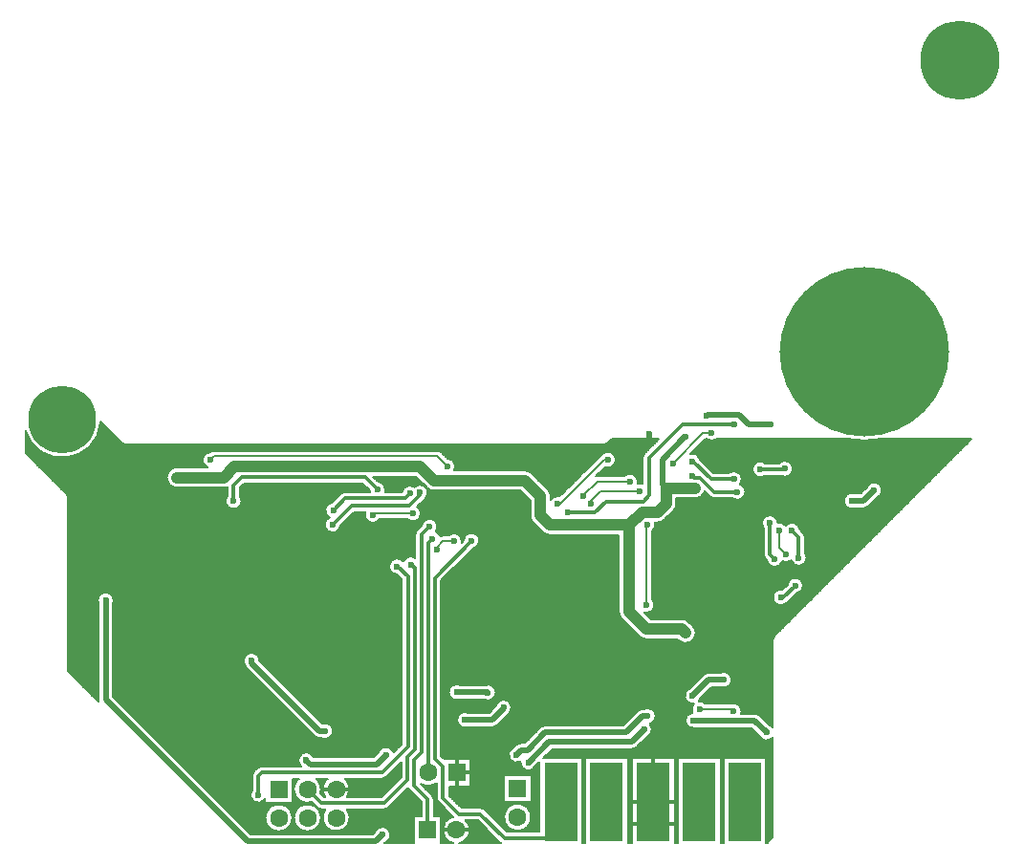
<source format=gbl>
G04 Layer_Physical_Order=2*
G04 Layer_Color=16711680*
%FSLAX24Y24*%
%MOIN*%
G70*
G01*
G75*
%ADD10C,0.0079*%
%ADD39C,0.0118*%
%ADD40C,0.0197*%
%ADD46C,0.0630*%
%ADD47R,0.0630X0.0630*%
%ADD48R,0.0630X0.0630*%
%ADD49R,0.1181X0.1181*%
%ADD50C,0.2362*%
%ADD51C,0.5906*%
%ADD52C,0.2756*%
%ADD53C,0.0236*%
%ADD54C,0.0394*%
%ADD55R,0.1181X0.2756*%
%ADD56C,0.0394*%
%ADD57C,0.0130*%
D10*
X40972Y24892D02*
G03*
X42178Y24892I603J3051D01*
G01*
X40972D02*
G03*
X42178Y24892I603J3051D01*
G01*
X42185Y23100D02*
G03*
X41656Y23209I-276J0D01*
G01*
X42018Y22847D02*
G03*
X42185Y23100I-109J253D01*
G01*
X41535Y22470D02*
G03*
X41717Y22546I0J256D01*
G01*
X41234Y22982D02*
G03*
X41234Y22470I-102J-256D01*
G01*
X39075Y23848D02*
G03*
X38606Y24045I-276J0D01*
G01*
X38657Y23612D02*
G03*
X39075Y23848I142J236D01*
G01*
X38113Y24045D02*
G03*
X38113Y23612I-170J-217D01*
G01*
X41535Y22470D02*
G03*
X41716Y22545I0J256D01*
G01*
X39319Y21725D02*
G03*
X38829Y21863I-274J-33D01*
G01*
X39498Y21457D02*
G03*
X39435Y21610I-217J0D01*
G01*
X39498Y21457D02*
G03*
X39434Y21610I-217J0D01*
G01*
X39557Y20738D02*
G03*
X39498Y20909I-276J0D01*
G01*
X38710Y20623D02*
G03*
X39018Y20657I129J244D01*
G01*
X39018D02*
G03*
X39557Y20738I263J81D01*
G01*
X39439Y19774D02*
G03*
X38890Y19806I-276J0D01*
G01*
X39196Y19500D02*
G03*
X39439Y19774I-33J274D01*
G01*
X38848Y19167D02*
G03*
X38903Y19207I-98J193D01*
G01*
X38848Y19167D02*
G03*
X38903Y19207I-98J193D01*
G01*
X38829Y21863D02*
G03*
X38553Y21962I-217J-170D01*
G01*
X38171Y20666D02*
G03*
X38710Y20623I274J33D01*
G01*
X38553Y21962D02*
G03*
X38061Y21778I-275J-13D01*
G01*
Y20866D02*
G03*
X38124Y20713I217J0D01*
G01*
X38061Y20866D02*
G03*
X38125Y20713I217J0D01*
G01*
X38713Y19629D02*
G03*
X38848Y19167I-61J-269D01*
G01*
X38434Y18023D02*
G03*
X38376Y17884I139J-139D01*
G01*
X38434Y18023D02*
G03*
X38376Y17884I139J-139D01*
G01*
X36068Y24892D02*
G03*
X36432Y24892I182J207D01*
G01*
X35839Y24169D02*
G03*
X35494Y24369I-268J-65D01*
G01*
X33912Y24396D02*
G03*
X33848Y24242I153J-153D01*
G01*
X33912Y24395D02*
G03*
X33848Y24242I153J-153D01*
G01*
X37293Y23484D02*
G03*
X36847Y23701I-276J0D01*
G01*
X33671Y23396D02*
G03*
X33203Y23593I-276J0D01*
G01*
X32480Y24695D02*
G03*
X32620Y24753I0J197D01*
G01*
X32480Y24695D02*
G03*
X32620Y24753I0J197D01*
G01*
X32904Y24163D02*
G03*
X32419Y24343I-276J0D01*
G01*
D02*
G03*
X32361Y24303I81J-179D01*
G01*
X32419Y24343D02*
G03*
X32361Y24303I81J-179D01*
G01*
X32523Y23908D02*
G03*
X32904Y24163I105J255D01*
G01*
X29975Y23686D02*
G03*
X29724Y23789I-251J-251D01*
G01*
X29975Y23685D02*
G03*
X29724Y23789I-251J-250D01*
G01*
X37421Y23041D02*
G03*
X37227Y23305I-276J0D01*
G01*
X37227D02*
G03*
X37293Y23484I-209J180D01*
G01*
X36975Y22825D02*
G03*
X37421Y23041I170J217D01*
G01*
X36173Y22888D02*
G03*
X36326Y22825I153J153D01*
G01*
X36173Y22889D02*
G03*
X36326Y22825I153J153D01*
G01*
X35669Y22815D02*
G03*
X36005Y23056I0J354D01*
G01*
X34904Y22375D02*
G03*
X35008Y22626I-250J251D01*
G01*
X34904Y22375D02*
G03*
X35008Y22626I-251J251D01*
G01*
X34360Y21978D02*
G03*
X34611Y22082I0J354D01*
G01*
X34360Y21978D02*
G03*
X34611Y22082I0J354D01*
G01*
X34272Y21900D02*
G03*
X34260Y21978I-276J0D01*
G01*
X34252Y19104D02*
G03*
X34173Y19297I-276J0D01*
G01*
X36939Y16486D02*
G03*
X36561Y16742I-276J0D01*
G01*
Y16230D02*
G03*
X36939Y16486I102J256D01*
G01*
X36142Y16742D02*
G03*
X35961Y16667I0J-256D01*
G01*
X36142Y16742D02*
G03*
X35961Y16667I0J-256D01*
G01*
X35447Y18508D02*
G03*
X35197Y18612I-251J-251D01*
G01*
X35448Y18508D02*
G03*
X35197Y18612I-251J-250D01*
G01*
X35689Y18120D02*
G03*
X35585Y18371I-354J0D01*
G01*
X35779Y15734D02*
G03*
X35834Y15817I-199J191D01*
G01*
X35084Y17870D02*
G03*
X35689Y18120I251J251D01*
G01*
X33848Y23314D02*
G03*
X33662Y23325I-108J-253D01*
G01*
X33662Y23325D02*
G03*
X33671Y23396I-266J70D01*
G01*
X32254Y23593D02*
G03*
X32200Y23585I0J-197D01*
G01*
X32254Y23593D02*
G03*
X32200Y23585I0J-197D01*
G01*
X34173Y21689D02*
G03*
X34272Y21900I-177J211D01*
G01*
X30630Y22884D02*
G03*
X30526Y23135I-354J0D01*
G01*
X30630Y22884D02*
G03*
X30526Y23134I-354J0D01*
G01*
X30941Y22883D02*
G03*
X30630Y22760I-75J-265D01*
G01*
X30359Y21639D02*
G03*
X30610Y21535I251J250D01*
G01*
X30360Y21639D02*
G03*
X30610Y21535I251J251D01*
G01*
X29921Y22224D02*
G03*
X30025Y21974I354J0D01*
G01*
X29921Y22224D02*
G03*
X30025Y21974I354J0D01*
G01*
X27930Y21069D02*
G03*
X28150Y21339I-56J270D01*
G01*
X33894Y18841D02*
G03*
X34252Y19104I82J263D01*
G01*
X33012Y18868D02*
G03*
X33116Y18618I354J0D01*
G01*
X33012Y18868D02*
G03*
X33116Y18617I354J0D01*
G01*
X33726Y18008D02*
G03*
X33976Y17904I251J250D01*
G01*
X33726Y18007D02*
G03*
X33976Y17904I251J251D01*
G01*
X28720Y16043D02*
G03*
X28372Y16309I-276J0D01*
G01*
X28321Y15797D02*
G03*
X28720Y16043I124J246D01*
G01*
X37930Y15237D02*
G03*
X37749Y15312I-181J-181D01*
G01*
X37930Y15237D02*
G03*
X37749Y15312I-181J-181D01*
G01*
X37286Y15391D02*
G03*
X36948Y15659I-276J0D01*
G01*
X37275Y15312D02*
G03*
X37286Y15391I-264J79D01*
G01*
X38376Y14816D02*
G03*
X38268Y14899I-217J-170D01*
G01*
X37906Y14537D02*
G03*
X38376Y14475I253J109D01*
G01*
X36020Y15659D02*
G03*
X35779Y15734I-193J-197D01*
G01*
X35628Y15654D02*
G03*
X35578Y15344I199J-191D01*
G01*
Y15344D02*
G03*
X35662Y14800I22J-275D01*
G01*
X35472Y16178D02*
G03*
X35628Y15654I109J-253D01*
G01*
X34291Y15217D02*
G03*
X33913Y15472I-276J0D01*
G01*
X33839D02*
G03*
X33657Y15397I0J-256D01*
G01*
X33839Y15472D02*
G03*
X33658Y15397I0J-256D01*
G01*
X34082Y14949D02*
G03*
X34291Y15217I-67J267D01*
G01*
X34163Y14754D02*
G03*
X34082Y14949I-276J0D01*
G01*
X33996Y14501D02*
G03*
X34163Y14754I-109J253D01*
G01*
X33465Y14075D02*
G03*
X33646Y14150I0J256D01*
G01*
X33465Y14075D02*
G03*
X33646Y14150I0J256D01*
G01*
X30450Y14902D02*
G03*
X30269Y14827I0J-256D01*
G01*
X29216Y15369D02*
G03*
X29262Y15522I-230J153D01*
G01*
X30450Y14902D02*
G03*
X30269Y14826I0J-256D01*
G01*
X29262Y15522D02*
G03*
X28716Y15574I-276J0D01*
G01*
X29167Y15301D02*
G03*
X29216Y15369I-181J181D01*
G01*
X29167Y15301D02*
G03*
X29216Y15369I-181J181D01*
G01*
X28593Y14833D02*
G03*
X28774Y14908I0J256D01*
G01*
X28593Y14833D02*
G03*
X28773Y14908I0J256D01*
G01*
X29596Y14282D02*
G03*
X29415Y14206I0J-256D01*
G01*
X29596Y14282D02*
G03*
X29416Y14207I0J-256D01*
G01*
X29330Y14121D02*
G03*
X29578Y13630I109J-253D01*
G01*
Y13630D02*
G03*
X30106Y13494I274J-28D01*
G01*
X28333Y11964D02*
G03*
X28179Y12028I-153J-153D01*
G01*
X28332Y11964D02*
G03*
X28179Y12028I-153J-153D01*
G01*
X29951Y11697D02*
G03*
X29951Y11697I-472J0D01*
G01*
X28872Y10811D02*
G03*
X28901Y10787I153J153D01*
G01*
X28872Y10812D02*
G03*
X28901Y10787I153J153D01*
G01*
X27303Y23937D02*
G03*
X27030Y24213I-276J0D01*
G01*
X27260Y23789D02*
G03*
X27303Y23937I-233J148D01*
G01*
X26822Y24421D02*
G03*
X26683Y24478I-139J-139D01*
G01*
X26822Y24421D02*
G03*
X26683Y24478I-139J-139D01*
G01*
X26324Y23185D02*
G03*
X26575Y23081I251J250D01*
G01*
X26324Y23184D02*
G03*
X26575Y23081I251J251D01*
G01*
X26260Y22810D02*
G03*
X26350Y23013I-186J203D01*
G01*
X26227Y22767D02*
G03*
X26260Y22810I-153J153D01*
G01*
X26227Y22767D02*
G03*
X26260Y22810I-153J153D01*
G01*
X26683Y21831D02*
G03*
X26134Y21863I-276J0D01*
G01*
X26350Y23013D02*
G03*
X25878Y23207I-276J0D01*
G01*
X26102Y22283D02*
G03*
X25975Y22515I-276J0D01*
G01*
X25878Y23207D02*
G03*
X25449Y23041I-160J-225D01*
G01*
X25634Y22087D02*
G03*
X26102Y22283I193J197D01*
G01*
X24872Y23120D02*
G03*
X24629Y23394I-276J0D01*
G01*
X24861Y23041D02*
G03*
X24872Y23120I-264J79D01*
G01*
X24176Y22343D02*
G03*
X24662Y22087I253J-108D01*
G01*
X28150Y21339D02*
G03*
X27599Y21350I-276J0D01*
G01*
X27530Y21319D02*
G03*
X27061Y21516I-276J0D01*
G01*
X26870D02*
G03*
X26778Y21493I0J-197D01*
G01*
X26870Y21516D02*
G03*
X26778Y21493I0J-197D01*
G01*
X27526Y21278D02*
G03*
X27530Y21319I-272J41D01*
G01*
X26624Y21661D02*
G03*
X26683Y21831I-217J170D01*
G01*
X25973Y21703D02*
G03*
X25909Y21549I153J-153D01*
G01*
X25973Y21702D02*
G03*
X25909Y21549I153J-153D01*
G01*
X26778Y21493D02*
G03*
X26624Y21661I-262J-85D01*
G01*
X25909Y20742D02*
G03*
X25498Y20605I-152J-230D01*
G01*
D02*
G03*
X25274Y20167I-223J-162D01*
G01*
X18898Y24478D02*
G03*
X18767Y24429I0J-197D01*
G01*
X18898Y24478D02*
G03*
X18767Y24429I0J-197D01*
G01*
D02*
G03*
X18667Y23898I2J-276D01*
G01*
X15678Y24753D02*
G03*
X15817Y24695I139J139D01*
G01*
X15678Y24753D02*
G03*
X15817Y24695I139J139D01*
G01*
X12323Y25183D02*
G03*
X14938Y25492I1280J393D01*
G01*
X17598Y23898D02*
G03*
X17598Y23189I0J-354D01*
G01*
X17599Y23898D02*
G03*
X17599Y23189I-1J-354D01*
G01*
X24323Y23088D02*
G03*
X24332Y23041I274J33D01*
G01*
X23468D02*
G03*
X23311Y22976I0J-222D01*
G01*
X23468Y23041D02*
G03*
X23311Y22976I0J-222D01*
G01*
X19232Y23189D02*
G03*
X19360Y23213I0J354D01*
G01*
X19232Y23189D02*
G03*
X19360Y23213I0J354D01*
G01*
X19852Y22717D02*
G03*
X19793Y22887I-276J0D01*
G01*
X23009Y22674D02*
G03*
X22928Y22155I42J-272D01*
G01*
Y22155D02*
G03*
X23305Y21867I103J-255D01*
G01*
X19360Y22887D02*
G03*
X19852Y22717I217J-170D01*
G01*
X20482Y17163D02*
G03*
X19952Y17050I-275J-8D01*
G01*
D02*
G03*
X20026Y16896I254J27D01*
G01*
X19952Y17050D02*
G03*
X20026Y16896I254J27D01*
G01*
X13799Y22844D02*
G03*
X13742Y22984I-197J0D01*
G01*
X15394Y19262D02*
G03*
X14862Y19160I-276J0D01*
G01*
X15374D02*
G03*
X15394Y19262I-256J102D01*
G01*
X13799Y22844D02*
G03*
X13742Y22984I-197J0D01*
G01*
X27750Y15344D02*
G03*
X27750Y14833I-102J-256D01*
G01*
X27455Y16309D02*
G03*
X27455Y15797I-102J-256D01*
G01*
X26108Y12850D02*
G03*
X26654Y12876I254J398D01*
G01*
X25151Y13960D02*
G03*
X24638Y13977I-260J-92D01*
G01*
X24755Y13041D02*
G03*
X24909Y13105I0J217D01*
G01*
X24755Y13041D02*
G03*
X24908Y13105I0J217D01*
G01*
X23624Y12677D02*
G03*
X23453Y13041I-472J0D01*
G01*
X26555Y12313D02*
G03*
X26492Y12466I-217J0D01*
G01*
X26654Y12372D02*
G03*
X26717Y12219I217J0D01*
G01*
X26555Y12313D02*
G03*
X26491Y12466I-217J0D01*
G01*
X26654Y12372D02*
G03*
X26717Y12219I217J0D01*
G01*
X27811Y11250D02*
G03*
X27662Y11594I-472J0D01*
G01*
X27227Y11709D02*
G03*
X27243Y10787I112J-459D01*
G01*
X27435D02*
G03*
X27811Y11250I-96J463D01*
G01*
X25663Y12719D02*
G03*
X25717Y12628I207J63D01*
G01*
X25663Y12719D02*
G03*
X25717Y12628I207J63D01*
G01*
X24823Y11968D02*
G03*
X24976Y12032I0J217D01*
G01*
X24823Y11968D02*
G03*
X24976Y12032I0J217D01*
G01*
X23535Y12402D02*
G03*
X23624Y12677I-384J276D01*
G01*
Y11677D02*
G03*
X23523Y11968I-472J0D01*
G01*
X25049Y11083D02*
G03*
X24520Y11191I-276J0D01*
G01*
X24882Y10829D02*
G03*
X25049Y11083I-109J253D01*
G01*
X22780Y11968D02*
G03*
X23624Y11677I372J-291D01*
G01*
X23041Y14705D02*
G03*
X22679Y14966I-276J0D01*
G01*
X22398Y14524D02*
G03*
X22579Y14449I181J181D01*
G01*
X22398Y14524D02*
G03*
X22579Y14449I181J181D01*
G01*
X22663D02*
G03*
X23041Y14705I102J256D01*
G01*
X22370Y13789D02*
G03*
X21934Y13474I-253J-108D01*
G01*
X14862Y15805D02*
G03*
X14879Y15715I256J0D01*
G01*
X14862Y15805D02*
G03*
X14879Y15715I256J0D01*
G01*
X22851Y13041D02*
G03*
X22768Y12402I301J-364D01*
G01*
X22624Y12677D02*
G03*
X22453Y13041I-472J0D01*
G01*
X22602Y12533D02*
G03*
X22624Y12677I-450J144D01*
G01*
X21851Y13041D02*
G03*
X22295Y12227I301J-364D01*
G01*
X22490Y12032D02*
G03*
X22644Y11968I153J153D01*
G01*
X22491Y12032D02*
G03*
X22644Y11968I153J153D01*
G01*
X22624Y11677D02*
G03*
X22624Y11677I-472J0D01*
G01*
X20561Y13474D02*
G03*
X20408Y13411I0J-217D01*
G01*
X20217Y12641D02*
G03*
X20679Y12346I217J-170D01*
G01*
X20561Y13474D02*
G03*
X20408Y13411I0J-217D01*
G01*
X20280Y13283D02*
G03*
X20217Y13130I153J-153D01*
G01*
X20280Y13283D02*
G03*
X20217Y13130I153J-153D01*
G01*
X21624Y11677D02*
G03*
X21624Y11677I-472J0D01*
G01*
X45177Y24766D02*
Y24892D01*
X45236Y24826D02*
Y24892D01*
X45059Y24648D02*
Y24892D01*
X45118Y24707D02*
Y24892D01*
X44941Y24530D02*
Y24892D01*
X45000Y24589D02*
Y24892D01*
X44882Y24471D02*
Y24892D01*
X44823Y24412D02*
Y24892D01*
X42178D02*
X45302D01*
X44705Y24294D02*
Y24892D01*
X44764Y24353D02*
Y24892D01*
X44587Y24176D02*
Y24892D01*
X44646Y24235D02*
Y24892D01*
X44527Y24117D02*
Y24892D01*
X44409Y23999D02*
Y24892D01*
X44468Y24058D02*
Y24892D01*
X44291Y23881D02*
Y24892D01*
X44350Y23940D02*
Y24892D01*
X44173Y23763D02*
Y24892D01*
X44232Y23822D02*
Y24892D01*
X44114Y23703D02*
Y24892D01*
X44055Y23644D02*
Y24892D01*
X42002Y24862D02*
X45273D01*
X43937Y23526D02*
Y24892D01*
X43996Y23585D02*
Y24892D01*
X43819Y23408D02*
Y24892D01*
X43878Y23467D02*
Y24892D01*
X43760Y23349D02*
Y24892D01*
X43642Y23231D02*
Y24892D01*
X43701Y23290D02*
Y24892D01*
X42165Y23203D02*
Y24889D01*
X42106Y23293D02*
Y24878D01*
X43524Y23113D02*
Y24892D01*
X43583Y23172D02*
Y24892D01*
X43464Y23054D02*
Y24892D01*
X41929Y23375D02*
Y24853D01*
X41870Y23373D02*
Y24847D01*
X42047Y23339D02*
Y24869D01*
X41988Y23365D02*
Y24860D01*
X41161Y23000D02*
Y24860D01*
X42067Y23327D02*
X43737D01*
X42128Y23268D02*
X43678D01*
X41811Y23358D02*
Y24842D01*
X42163Y23209D02*
X43619D01*
X42181Y23150D02*
X43560D01*
X42185Y23091D02*
X43501D01*
X42176Y23031D02*
X43442D01*
X41752Y23326D02*
Y24838D01*
X41693Y23271D02*
Y24835D01*
X41634Y23187D02*
Y24833D01*
X41575Y23128D02*
Y24833D01*
X41516Y23069D02*
Y24833D01*
X41457Y23009D02*
Y24835D01*
X43346Y22936D02*
Y24892D01*
X43405Y22995D02*
Y24892D01*
X43228Y22818D02*
Y24892D01*
X43287Y22877D02*
Y24892D01*
X43110Y22700D02*
Y24892D01*
X43169Y22759D02*
Y24892D01*
X43051Y22641D02*
Y24892D01*
X42933Y22522D02*
Y24892D01*
X42992Y22581D02*
Y24892D01*
X42520Y22109D02*
Y24892D01*
X42874Y22463D02*
Y24892D01*
X42342Y21932D02*
Y24892D01*
X42461Y22050D02*
Y24892D01*
X42283Y21873D02*
Y24892D01*
X42815Y22404D02*
Y24892D01*
X42154Y22972D02*
X43383D01*
X42697Y22286D02*
Y24892D01*
X42756Y22345D02*
Y24892D01*
X42579Y22168D02*
Y24892D01*
X42638Y22227D02*
Y24892D01*
X42401Y21991D02*
Y24892D01*
X42112Y22913D02*
X43324D01*
X42033Y22854D02*
X43265D01*
X41966Y22795D02*
X43206D01*
X41907Y22736D02*
X43147D01*
X41848Y22677D02*
X43088D01*
X41789Y22618D02*
X43029D01*
X41730Y22559D02*
X42970D01*
X41339Y22982D02*
Y24842D01*
X41398Y22982D02*
Y24838D01*
X41220Y22987D02*
Y24853D01*
X41279Y22982D02*
Y24847D01*
X42224Y21814D02*
Y24892D01*
X41429Y22982D02*
X41656Y23209D01*
X41043Y22987D02*
Y24878D01*
X41102Y23000D02*
Y24869D01*
X40925Y22909D02*
Y24892D01*
X40984Y22959D02*
Y24889D01*
X40807Y20396D02*
Y24892D01*
X40866Y22799D02*
Y24892D01*
X40748Y20337D02*
Y24892D01*
X42165Y21755D02*
Y22998D01*
X42106Y21696D02*
Y22907D01*
X42047Y21637D02*
Y22862D01*
X41988Y21578D02*
Y22817D01*
X41929Y21518D02*
Y22758D01*
X41870Y21459D02*
Y22699D01*
X41811Y21400D02*
Y22640D01*
X41717Y22546D02*
X42018Y22847D01*
X41234Y22982D02*
X41429D01*
X41752Y21341D02*
Y22581D01*
X40866Y20455D02*
Y22654D01*
X35928Y24803D02*
X45214D01*
X35869Y24744D02*
X45155D01*
X35810Y24685D02*
X45096D01*
X35824Y24213D02*
X44623D01*
X35854Y24153D02*
X44564D01*
X38923Y24094D02*
X44505D01*
X39002Y24035D02*
X44446D01*
X35751Y24626D02*
X45037D01*
X35692Y24567D02*
X44977D01*
X35633Y24508D02*
X44918D01*
X35574Y24449D02*
X44859D01*
X35515Y24390D02*
X44800D01*
X35728Y24331D02*
X44741D01*
X35790Y24272D02*
X44682D01*
X39043Y23976D02*
X44387D01*
X39066Y23917D02*
X44328D01*
X39075Y23858D02*
X44269D01*
X39070Y23799D02*
X44210D01*
X39053Y23740D02*
X44151D01*
X39018Y23681D02*
X44092D01*
X38956Y23622D02*
X44033D01*
X38016Y23563D02*
X43974D01*
X37293Y23504D02*
X43914D01*
X37290Y23445D02*
X43855D01*
X37275Y23386D02*
X43796D01*
X37244Y23327D02*
X41752D01*
X37303Y23268D02*
X41690D01*
X37365Y23209D02*
X41656D01*
X38858Y24118D02*
Y24892D01*
X38917Y24097D02*
Y24892D01*
X38740Y24118D02*
Y24892D01*
X38799Y24124D02*
Y24892D01*
X38976Y24060D02*
Y24892D01*
X39035Y23990D02*
Y24892D01*
X38681Y24097D02*
Y24892D01*
X38622Y24059D02*
Y24892D01*
X36432D02*
X40972D01*
X38090Y24062D02*
Y24892D01*
X38563Y24045D02*
Y24892D01*
X38209Y24045D02*
Y24892D01*
X38268Y24045D02*
Y24892D01*
X38150Y24045D02*
Y24892D01*
X38445Y24045D02*
Y24892D01*
X38504Y24045D02*
Y24892D01*
X38327Y24045D02*
Y24892D01*
X38386Y24045D02*
Y24892D01*
X38113Y23612D02*
X38657D01*
X36392Y24862D02*
X41148D01*
X38016Y24094D02*
X38675D01*
X38113Y24045D02*
X38606D01*
X37399Y23150D02*
X41597D01*
X37417Y23091D02*
X41538D01*
X40630Y20219D02*
Y24892D01*
X40689Y20278D02*
Y24892D01*
X40512Y20101D02*
Y24892D01*
X40571Y20160D02*
Y24892D01*
X40394Y19983D02*
Y24892D01*
X40453Y20042D02*
Y24892D01*
X40335Y19924D02*
Y24892D01*
X40216Y19806D02*
Y24892D01*
X40276Y19865D02*
Y24892D01*
X39803Y19392D02*
Y24892D01*
X39862Y19452D02*
Y24892D01*
X39744Y19333D02*
Y24892D01*
X38434Y18023D02*
X45302Y24892D01*
X39685Y19274D02*
Y24892D01*
X37421Y23031D02*
X41479D01*
X37413Y22972D02*
X41008D01*
X40098Y19688D02*
Y24892D01*
X40157Y19747D02*
Y24892D01*
X39980Y19570D02*
Y24892D01*
X40039Y19629D02*
Y24892D01*
X39921Y19511D02*
Y24892D01*
X37390Y22913D02*
X40929D01*
X37348Y22854D02*
X40888D01*
X37270Y22795D02*
X40865D01*
X35008Y22736D02*
X40856D01*
X35008Y22618D02*
X40878D01*
X35001Y22559D02*
X40913D01*
X35008Y22677D02*
X40861D01*
X39390Y21655D02*
Y24892D01*
X39449Y21594D02*
Y24892D01*
X39272Y21850D02*
Y24892D01*
X39331Y21714D02*
Y24892D01*
X39567Y19156D02*
Y24892D01*
X39626Y19215D02*
Y24892D01*
X39508Y20895D02*
Y24892D01*
X39094Y21964D02*
Y24892D01*
X39035Y21968D02*
Y23706D01*
X38386Y22202D02*
Y23612D01*
X38445Y22168D02*
Y23612D01*
X39153Y21946D02*
Y24892D01*
X39213Y21912D02*
Y24892D01*
X38976Y21960D02*
Y23637D01*
X38681Y21960D02*
Y23599D01*
X38740Y21937D02*
Y23579D01*
X38563Y21964D02*
Y23612D01*
X38622Y21968D02*
Y23612D01*
X38917Y21937D02*
Y23599D01*
X38858Y21895D02*
Y23579D01*
X38799Y21895D02*
Y23573D01*
X38268Y22224D02*
Y23612D01*
X38327Y22220D02*
Y23612D01*
X38209Y22216D02*
Y23612D01*
X38150Y22193D02*
Y23612D01*
X38504Y22106D02*
Y23612D01*
X38090Y22151D02*
Y23596D01*
X41655Y22500D02*
X42911D01*
X41693Y21282D02*
Y22525D01*
X41634Y21223D02*
Y22490D01*
X41575Y21164D02*
Y22474D01*
X41516Y21105D02*
Y22470D01*
X41457Y21046D02*
Y22470D01*
X39050Y21968D02*
X42379D01*
X39216Y21909D02*
X42320D01*
X41234Y22470D02*
X41535D01*
X39271Y21850D02*
X42261D01*
X41398Y20987D02*
Y22470D01*
X39303Y21791D02*
X42202D01*
X41339Y20928D02*
Y22470D01*
X39498Y21319D02*
X41729D01*
X39498Y21260D02*
X41670D01*
X39498Y21201D02*
X41611D01*
X39498Y21142D02*
X41552D01*
X39498Y21083D02*
X41493D01*
X39498Y21024D02*
X41434D01*
X39498Y20965D02*
X41375D01*
X39318Y21732D02*
X42143D01*
X39371Y21673D02*
X42084D01*
X39430Y21614D02*
X42025D01*
X39474Y21555D02*
X41966D01*
X39494Y21496D02*
X41907D01*
X39498Y21437D02*
X41848D01*
X39498Y21378D02*
X41789D01*
X41279Y20869D02*
Y22470D01*
X41220Y20810D02*
Y22465D01*
X41102Y20692D02*
Y22452D01*
X41161Y20751D02*
Y22452D01*
X40984Y20574D02*
Y22494D01*
X41043Y20633D02*
Y22465D01*
X40925Y20515D02*
Y22544D01*
X39319Y21725D02*
X39434Y21610D01*
X38617Y21968D02*
X39040D01*
X38783Y21909D02*
X38875D01*
X39498Y20909D02*
Y21457D01*
X39501Y20905D02*
X41316D01*
X39535Y20846D02*
X41257D01*
X39553Y20787D02*
X41198D01*
X39557Y20728D02*
X41139D01*
X39548Y20669D02*
X41080D01*
X39526Y20610D02*
X41021D01*
X38941D02*
X39037D01*
X39484Y20551D02*
X40962D01*
X38706Y20610D02*
X38736D01*
X38627Y20492D02*
X39157D01*
X39406D02*
X40903D01*
X38678Y20551D02*
X39079D01*
X39366Y19961D02*
X40371D01*
X39407Y19902D02*
X40312D01*
X39390Y19931D02*
Y20485D01*
X39430Y19842D02*
X40253D01*
X39508Y19097D02*
Y20581D01*
X39439Y19783D02*
X40194D01*
X39449Y19038D02*
Y20519D01*
X39288Y20020D02*
X40430D01*
X39213Y20045D02*
Y20471D01*
X39272Y20027D02*
Y20463D01*
X39331Y19993D02*
Y20467D01*
X39435Y19724D02*
X40135D01*
X39417Y19665D02*
X40076D01*
X39382Y19606D02*
X40017D01*
X39320Y19547D02*
X39958D01*
X39390Y18979D02*
Y19616D01*
X39331Y18920D02*
Y19555D01*
X39272Y18861D02*
Y19520D01*
X39184Y19488D02*
X39899D01*
X39125Y19429D02*
X39840D01*
X39066Y19370D02*
X39781D01*
X39007Y19311D02*
X39722D01*
X38948Y19252D02*
X39663D01*
X38887Y19193D02*
X39603D01*
X38809Y19134D02*
X39544D01*
X39094Y20040D02*
Y20536D01*
X39153Y20049D02*
Y20494D01*
X38976Y19976D02*
Y20627D01*
X39035Y20018D02*
Y20614D01*
X39213Y18802D02*
Y19502D01*
X38903Y19207D02*
X39196Y19500D01*
X38917Y19898D02*
Y20602D01*
X38799Y19716D02*
Y20593D01*
X38858Y19775D02*
Y20591D01*
X38740Y19657D02*
Y20609D01*
X38681Y19634D02*
Y20557D01*
X38622Y19634D02*
Y20488D01*
X38713Y19629D02*
X38890Y19806D01*
X38563Y19621D02*
Y20450D01*
X39153Y18743D02*
Y19457D01*
X39094Y18684D02*
Y19398D01*
X39035Y18625D02*
Y19339D01*
X38976Y18566D02*
Y19280D01*
X38917Y18507D02*
Y19221D01*
X38858Y18448D02*
Y19173D01*
X38799Y18389D02*
Y19127D01*
X38740Y18329D02*
Y19099D01*
X38622Y18211D02*
Y19086D01*
X38681Y18270D02*
Y19086D01*
X38563Y18152D02*
Y19099D01*
X38380Y22205D02*
X42615D01*
X38470Y22146D02*
X42556D01*
X38516Y22087D02*
X42497D01*
X38542Y22028D02*
X42438D01*
X38518Y20433D02*
X40844D01*
X38552Y21968D02*
X38607D01*
X34956Y22441D02*
X42851D01*
X34910Y22382D02*
X42792D01*
X34985Y22500D02*
X40975D01*
X34851Y22323D02*
X42733D01*
X34792Y22264D02*
X42674D01*
X34173Y19961D02*
X38961D01*
X34173Y19902D02*
X38919D01*
X34173Y19842D02*
X38897D01*
X34173Y19783D02*
X38867D01*
X34173Y19724D02*
X38808D01*
X34173Y19665D02*
X38749D01*
X34173Y19606D02*
X38527D01*
X34173Y20374D02*
X40785D01*
X34173Y20315D02*
X40726D01*
X34173Y20256D02*
X40666D01*
X34173Y20197D02*
X40607D01*
X34173Y20138D02*
X40548D01*
X34173Y20079D02*
X40489D01*
X34173Y20020D02*
X39039D01*
X34733Y22205D02*
X38175D01*
X34674Y22146D02*
X38085D01*
X34215Y21732D02*
X38061D01*
X34173Y21673D02*
X38061D01*
Y20866D02*
Y21778D01*
X34173Y21614D02*
X38061D01*
X34173Y21319D02*
X38061D01*
X34173Y21201D02*
X38061D01*
X34173Y21496D02*
X38061D01*
X34173Y21437D02*
X38061D01*
X34173Y20965D02*
X38061D01*
X34173Y20905D02*
X38061D01*
X34173Y21024D02*
X38061D01*
X34173Y20728D02*
X38111D01*
X34173Y20846D02*
X38062D01*
X34173Y20787D02*
X38076D01*
X38504Y19593D02*
Y20430D01*
X38445Y19542D02*
Y20423D01*
X38125Y20713D02*
X38171Y20666D01*
X34173Y20610D02*
X38184D01*
X34173Y20551D02*
X38212D01*
X34173Y20669D02*
X38168D01*
X34173Y20433D02*
X38372D01*
X34173Y19547D02*
X38449D01*
X34173Y20492D02*
X38263D01*
X34250Y19075D02*
X39485D01*
X34237Y19193D02*
X38433D01*
X34250Y19134D02*
X38494D01*
X38504Y18093D02*
Y19128D01*
X34237Y19016D02*
X39426D01*
X38445Y18034D02*
Y19178D01*
X34209Y18957D02*
X39367D01*
X34159Y18898D02*
X39308D01*
X34173Y19488D02*
X38407D01*
X34209Y19252D02*
X38398D01*
X34049Y18839D02*
X39249D01*
X33956Y18779D02*
X39190D01*
X34015Y18720D02*
X39131D01*
X35665Y18248D02*
X38659D01*
X35682Y18189D02*
X38600D01*
X35689Y18130D02*
X38540D01*
X35686Y18071D02*
X38481D01*
X35672Y18012D02*
X38423D01*
X34074Y18661D02*
X39072D01*
X35280Y18602D02*
X39013D01*
X35407Y18543D02*
X38954D01*
X35472Y18484D02*
X38895D01*
X35531Y18425D02*
X38836D01*
X35590Y18366D02*
X38777D01*
X35636Y18307D02*
X38718D01*
X38386Y19433D02*
Y20430D01*
Y17945D02*
Y19288D01*
X36821Y16713D02*
X38376D01*
X36882Y16654D02*
X38376D01*
X36935Y16535D02*
X38376D01*
X36939Y16476D02*
X38376D01*
X36917Y16594D02*
X38376D01*
X34173Y19429D02*
X38385D01*
X35647Y17953D02*
X38388D01*
X34173Y19370D02*
X38376D01*
X34173Y19311D02*
X38380D01*
X35607Y17894D02*
X38376D01*
X35545Y17835D02*
X38376D01*
X35417Y17776D02*
X38376D01*
X36866Y16299D02*
X38376D01*
X36787Y16240D02*
X38376D01*
X36930Y16417D02*
X38376D01*
X36907Y16358D02*
X38376D01*
X36139Y16122D02*
X38376D01*
X36080Y16063D02*
X38376D01*
X36198Y16181D02*
X38376D01*
X35962Y15945D02*
X38376D01*
X35903Y15886D02*
X38376D01*
X36021Y16004D02*
X38376D01*
X35807Y15768D02*
X38376D01*
X35951Y15709D02*
X38376D01*
X35844Y15827D02*
X38376D01*
X37972Y24103D02*
Y24892D01*
X38031Y24090D02*
Y24892D01*
X37854Y24090D02*
Y24892D01*
X37913Y24103D02*
Y24892D01*
X37736Y24011D02*
Y24892D01*
X37795Y24061D02*
Y24892D01*
X37677Y23901D02*
Y24892D01*
X36017D02*
X36068D01*
X33912Y24396D02*
X34408Y24892D01*
X32759D02*
X34408D01*
X36024Y23984D02*
Y24892D01*
X36083Y23925D02*
Y24880D01*
X35494Y24369D02*
X36017Y24892D01*
X35987Y24862D02*
X36108D01*
X35913Y24094D02*
X37870D01*
X35965Y24043D02*
Y24840D01*
X35905Y24102D02*
Y24781D01*
X35972Y24035D02*
X37761D01*
X36031Y23976D02*
X37710D01*
X36091Y23917D02*
X37682D01*
X35728Y24331D02*
Y24603D01*
X35669Y24362D02*
Y24544D01*
X35610Y24377D02*
Y24485D01*
X35551Y24379D02*
Y24426D01*
X35846Y24161D02*
Y24722D01*
X35787Y24275D02*
Y24662D01*
X34311Y24794D02*
Y24892D01*
X34370Y24853D02*
Y24892D01*
X34193Y24676D02*
Y24892D01*
X34252Y24735D02*
Y24892D01*
X34075Y24558D02*
Y24892D01*
X34134Y24617D02*
Y24892D01*
X34016Y24499D02*
Y24892D01*
X33957Y24440D02*
Y24892D01*
X32729Y24862D02*
X34379D01*
X32620Y24753D02*
X32759Y24892D01*
X32776Y24396D02*
Y24892D01*
X32894Y24237D02*
Y24892D01*
X33898Y24379D02*
Y24892D01*
X32835Y24346D02*
Y24892D01*
X32881Y24272D02*
X33850D01*
X32899Y24213D02*
X33848D01*
X32895Y24094D02*
X33848D01*
X32872Y24035D02*
X33848D01*
X32903Y24153D02*
X33848D01*
X32670Y24803D02*
X34320D01*
X32785Y24390D02*
X33907D01*
X32716Y24424D02*
Y24850D01*
X32657Y24437D02*
Y24790D01*
X32847Y24331D02*
X33867D01*
X32830Y23976D02*
X33848D01*
X32752Y23917D02*
X33848D01*
X37146Y23728D02*
Y24892D01*
X37205Y23687D02*
Y24892D01*
X37027Y23760D02*
Y24892D01*
X37087Y23751D02*
Y24892D01*
X37323Y23252D02*
Y24892D01*
X37382Y23183D02*
Y24892D01*
X37264Y23609D02*
Y24892D01*
X36909Y23738D02*
Y24892D01*
X36968Y23755D02*
Y24892D01*
X36673Y23701D02*
Y24892D01*
X36850Y23703D02*
Y24892D01*
X36555Y23701D02*
Y24892D01*
X36614Y23701D02*
Y24892D01*
X36496Y23701D02*
Y24892D01*
X36791Y23701D02*
Y24892D01*
X37120Y23740D02*
X37682D01*
X36437Y23701D02*
Y24892D01*
X36732Y23701D02*
Y24892D01*
X37211Y23681D02*
X37710D01*
X37256Y23622D02*
X37761D01*
X36150Y23858D02*
X37669D01*
X36209Y23799D02*
X37669D01*
X36319Y23701D02*
Y24832D01*
X36268Y23740D02*
X36915D01*
X36378Y23701D02*
Y24854D01*
X36307Y23701D02*
X36847D01*
X35839Y24169D02*
X36307Y23701D01*
X33602Y23578D02*
Y24892D01*
X33661Y23469D02*
Y24892D01*
X33484Y23657D02*
Y24892D01*
X33543Y23628D02*
Y24892D01*
X33779Y23334D02*
Y24892D01*
X33839Y23318D02*
Y24892D01*
X33720Y23336D02*
Y24892D01*
X33366Y23670D02*
Y24892D01*
X33425Y23670D02*
Y24892D01*
X33248Y23628D02*
Y24892D01*
X33307Y23657D02*
Y24892D01*
X33012Y23593D02*
Y24892D01*
X33071Y23593D02*
Y24892D01*
X32953Y23593D02*
Y24892D01*
X36201Y23807D02*
Y24827D01*
X36260Y23748D02*
Y24823D01*
X36142Y23866D02*
Y24845D01*
X33553Y23622D02*
X33848D01*
Y23314D02*
Y24242D01*
X33189Y23593D02*
Y24892D01*
X32776Y23593D02*
Y23931D01*
X32716Y23593D02*
Y23902D01*
X32657Y23593D02*
Y23889D01*
X33130Y23593D02*
Y24892D01*
X32894Y23593D02*
Y24090D01*
X32835Y23593D02*
Y23981D01*
X32610Y24744D02*
X34261D01*
X32598Y24437D02*
Y24734D01*
X32539Y24424D02*
Y24704D01*
X32480Y24396D02*
Y24695D01*
X32421Y24346D02*
Y24695D01*
X32303Y24245D02*
Y24695D01*
X32362Y24304D02*
Y24695D01*
X32185Y24127D02*
Y24695D01*
X32244Y24186D02*
Y24695D01*
X29646Y23789D02*
Y24695D01*
X29705Y23789D02*
Y24695D01*
X29587Y23789D02*
Y24695D01*
X32126Y24068D02*
Y24695D01*
X32473Y23858D02*
X33848D01*
X32414Y23799D02*
X33848D01*
X32008Y23950D02*
Y24695D01*
X32067Y24009D02*
Y24695D01*
X31890Y23831D02*
Y24695D01*
X31949Y23891D02*
Y24695D01*
X29468Y23789D02*
Y24695D01*
X29527Y23789D02*
Y24695D01*
X29409Y23789D02*
Y24695D01*
X28287Y23789D02*
Y24695D01*
X28346Y23789D02*
Y24695D01*
X28169Y23789D02*
Y24695D01*
X28228Y23789D02*
Y24695D01*
X28465Y23789D02*
Y24695D01*
X28524Y23789D02*
Y24695D01*
X28405Y23789D02*
Y24695D01*
X27874Y23789D02*
Y24695D01*
X27933Y23789D02*
Y24695D01*
X27756Y23789D02*
Y24695D01*
X27815Y23789D02*
Y24695D01*
X28051Y23789D02*
Y24695D01*
X28110Y23789D02*
Y24695D01*
X27992Y23789D02*
Y24695D01*
X29114Y23789D02*
Y24695D01*
X29173Y23789D02*
Y24695D01*
X28996Y23789D02*
Y24695D01*
X29055Y23789D02*
Y24695D01*
X29291Y23789D02*
Y24695D01*
X29350Y23789D02*
Y24695D01*
X29232Y23789D02*
Y24695D01*
X28642Y23789D02*
Y24695D01*
X28701Y23789D02*
Y24695D01*
X28583Y23789D02*
Y24695D01*
X28878Y23789D02*
Y24695D01*
X28937Y23789D02*
Y24695D01*
X28760Y23789D02*
Y24695D01*
X31772Y23713D02*
Y24695D01*
X31831Y23772D02*
Y24695D01*
X31653Y23595D02*
Y24695D01*
X31713Y23654D02*
Y24695D01*
X31535Y23477D02*
Y24695D01*
X31594Y23536D02*
Y24695D01*
X31476Y23418D02*
Y24695D01*
X31358Y23300D02*
Y24695D01*
X31417Y23359D02*
Y24695D01*
X31240Y23182D02*
Y24695D01*
X31299Y23241D02*
Y24695D01*
X31181Y23123D02*
Y24695D01*
X30941Y22883D02*
X32361Y24303D01*
X31122Y23064D02*
Y24695D01*
X32598Y23593D02*
Y23889D01*
X32355Y23740D02*
X33848D01*
X32539Y23593D02*
Y23902D01*
X32480Y23593D02*
Y23865D01*
X32421Y23593D02*
Y23806D01*
X32362Y23593D02*
Y23747D01*
X32303Y23593D02*
Y23688D01*
X32296Y23681D02*
X33848D01*
X32237Y23622D02*
X33238D01*
X29905Y23740D02*
X31798D01*
X29979Y23681D02*
X31739D01*
X32200Y23585D02*
X32523Y23908D01*
X32244Y23592D02*
Y23629D01*
X30039Y23622D02*
X31680D01*
X31004Y22946D02*
Y24695D01*
X31063Y23005D02*
Y24695D01*
X30827Y22891D02*
Y24695D01*
X30886Y22893D02*
Y24695D01*
X30768Y22875D02*
Y24695D01*
X30945Y22887D02*
Y24695D01*
X30709Y22844D02*
Y24695D01*
X30413Y23247D02*
Y24695D01*
X30472Y23188D02*
Y24695D01*
X29764Y23787D02*
Y24695D01*
X30354Y23306D02*
Y24695D01*
X30590Y23046D02*
Y24695D01*
X30650Y22789D02*
Y24695D01*
X30531Y23129D02*
Y24695D01*
X30118Y23542D02*
Y24695D01*
X30177Y23483D02*
Y24695D01*
X30000Y23661D02*
Y24695D01*
X30059Y23602D02*
Y24695D01*
X30295Y23365D02*
Y24695D01*
X29975Y23685D02*
X30526Y23135D01*
X30236Y23424D02*
Y24695D01*
X29823Y23775D02*
Y24695D01*
X29882Y23752D02*
Y24695D01*
X28819Y23789D02*
Y24695D01*
X29941Y23716D02*
Y24695D01*
X37282Y23563D02*
X37870D01*
X37264Y23290D02*
Y23360D01*
X38031Y22073D02*
Y23568D01*
X36005Y23056D02*
X36173Y22889D01*
X35914Y22913D02*
X36148D01*
X35996Y23031D02*
X36030D01*
X35964Y22972D02*
X36089D01*
X35832Y22854D02*
X36217D01*
X35008Y22795D02*
X37022D01*
X34615Y22087D02*
X38039D01*
X36326Y22825D02*
X36975D01*
X35008Y22815D02*
X35669D01*
X34540Y22028D02*
X38013D01*
X34271Y21909D02*
X38005D01*
X35197Y18612D02*
Y22815D01*
X34249Y21791D02*
X38051D01*
X34173Y21555D02*
X38061D01*
X34263Y21968D02*
X38003D01*
X34267Y21850D02*
X38020D01*
X34173Y21142D02*
X38061D01*
X34173Y21083D02*
X38061D01*
X34173Y21260D02*
X38061D01*
X35138Y18612D02*
Y22815D01*
X35008Y22626D02*
Y22815D01*
X35020Y18612D02*
Y22815D01*
X34961Y18612D02*
Y22449D01*
X34902Y18612D02*
Y22373D01*
X34611Y22082D02*
X34904Y22375D01*
X34783Y18612D02*
Y22255D01*
X34842Y18612D02*
Y22314D01*
X34724Y18612D02*
Y22196D01*
X34665Y18612D02*
Y22137D01*
X34429Y18612D02*
Y21985D01*
X34370Y18612D02*
Y21978D01*
X34311Y18612D02*
Y21978D01*
X34606Y18612D02*
Y22078D01*
X34547Y18612D02*
Y22032D01*
X34488Y18612D02*
Y22002D01*
X34260Y21978D02*
X34360D01*
X34252Y19110D02*
Y21797D01*
X34193Y19275D02*
Y21707D01*
X34252Y18612D02*
Y19098D01*
X34193Y18612D02*
Y18934D01*
X36555Y16742D02*
Y22825D01*
X36614Y16757D02*
Y22825D01*
X36319Y16742D02*
Y22825D01*
X36496Y16742D02*
Y22825D01*
X36850Y16689D02*
Y22825D01*
X36909Y16610D02*
Y22825D01*
X36791Y16730D02*
Y22825D01*
X36201Y16742D02*
Y22865D01*
X36260Y16742D02*
Y22835D01*
X36083Y16735D02*
Y22979D01*
X36142Y16742D02*
Y22920D01*
X36024Y16713D02*
Y23038D01*
X35965Y16671D02*
Y22973D01*
X35905Y16612D02*
Y22905D01*
X36673Y16762D02*
Y22825D01*
X36732Y16753D02*
Y22825D01*
X36378Y16742D02*
Y22825D01*
X36437Y16742D02*
Y22825D01*
X36248Y16230D02*
X36561D01*
X36142Y16742D02*
X36561D01*
X35472Y16178D02*
X35961Y16667D01*
X35834Y15817D02*
X36248Y16230D01*
X35965Y15701D02*
Y15947D01*
X35905Y15727D02*
Y15888D01*
X35610Y18343D02*
Y22815D01*
X35669Y18237D02*
Y22815D01*
X35492Y18464D02*
Y22815D01*
X35551Y18405D02*
Y22815D01*
X35846Y16553D02*
Y22862D01*
X35787Y16494D02*
Y22835D01*
X35728Y16435D02*
Y22820D01*
X35315Y18592D02*
Y22815D01*
X35374Y18565D02*
Y22815D01*
X35079Y18612D02*
Y22815D01*
X35256Y18607D02*
Y22815D01*
X35433Y18522D02*
Y22815D01*
X35669Y16376D02*
Y18003D01*
X35610Y16317D02*
Y17897D01*
X35551Y16257D02*
Y17840D01*
X35846Y15737D02*
Y15829D01*
X35492Y16198D02*
Y17803D01*
X35448Y18508D02*
X35585Y18371D01*
X35050Y17904D02*
X35084Y17870D01*
X35433Y16158D02*
Y17780D01*
X35374Y16107D02*
Y17768D01*
X35315Y15998D02*
Y17766D01*
X33649Y23504D02*
X33848D01*
X33667Y23445D02*
X33848D01*
X32254Y23593D02*
X33203D01*
X33615Y23563D02*
X33848D01*
X33671Y23386D02*
X33848D01*
X30098Y23563D02*
X31621D01*
X30157Y23504D02*
X31562D01*
X30216Y23445D02*
X31503D01*
X30275Y23386D02*
X31444D01*
X30334Y23327D02*
X31385D01*
X33813D02*
X33848D01*
X30393Y23268D02*
X31326D01*
X30452Y23209D02*
X31267D01*
X30610Y21535D02*
X33012D01*
X34173Y21378D02*
X38061D01*
X28149Y21319D02*
X33012D01*
X28147Y21378D02*
X33012D01*
X28138Y21260D02*
X33012D01*
X28100Y21496D02*
X33012D01*
X28131Y21437D02*
X33012D01*
X28067Y21142D02*
X33012D01*
X27976Y21083D02*
X33012D01*
X28113Y21201D02*
X33012D01*
X30511Y23150D02*
X31208D01*
X30563Y23091D02*
X31149D01*
X30598Y23031D02*
X31090D01*
X30619Y22972D02*
X31031D01*
X29578Y23081D02*
X29921Y22737D01*
X27933Y21608D02*
Y23081D01*
X27992Y21588D02*
Y23081D01*
X27815Y21608D02*
Y23081D01*
X27874Y21614D02*
Y23081D01*
X28051Y21550D02*
Y23081D01*
X28110Y21481D02*
Y23081D01*
X27756Y21588D02*
Y23081D01*
X30629Y22913D02*
X30972D01*
X30630Y22760D02*
Y22884D01*
Y22854D02*
X30724D01*
X30025Y21974D02*
X30359Y21639D01*
X29921Y22224D02*
Y22737D01*
X27879Y21614D02*
X30388D01*
X28045Y21555D02*
X30494D01*
X34173Y19297D02*
Y21689D01*
X34016Y18720D02*
Y18832D01*
X33957Y18779D02*
Y18829D01*
X34134Y18612D02*
Y18878D01*
X34123Y18612D02*
X35197D01*
X34075Y18661D02*
Y18847D01*
X33012Y18868D02*
Y21535D01*
X27885Y21024D02*
X33012D01*
X27767Y20905D02*
X33012D01*
X33894Y18841D02*
X34123Y18612D01*
X33116Y18617D02*
X33726Y18008D01*
X33976Y17904D02*
X35050D01*
X28720Y16063D02*
X35342D01*
X29110Y15768D02*
X35355D01*
X29189Y15709D02*
X35410D01*
X28718Y16004D02*
X35317D01*
X28547Y16299D02*
X35593D01*
X28638Y16240D02*
X35534D01*
X28684Y16181D02*
X35475D01*
X28709Y16122D02*
X35388D01*
X28671Y15886D02*
X35308D01*
X28615Y15827D02*
X35323D01*
X28702Y15945D02*
X35306D01*
X28996Y15797D02*
Y23081D01*
X29055Y15789D02*
Y23081D01*
X28878Y15775D02*
Y23081D01*
X28937Y15793D02*
Y23081D01*
X29114Y15766D02*
Y23081D01*
X29173Y15724D02*
Y23081D01*
X28819Y15741D02*
Y23081D01*
X28465Y16318D02*
Y23081D01*
X28524Y16307D02*
Y23081D01*
X28169Y16309D02*
Y23081D01*
X28228Y16309D02*
Y23081D01*
X28642Y16236D02*
Y23081D01*
X28701Y16146D02*
Y23081D01*
X28583Y16282D02*
Y23081D01*
X28346Y16309D02*
Y23081D01*
X28405Y16316D02*
Y23081D01*
X28110Y16309D02*
Y21197D01*
X28051Y16309D02*
Y21127D01*
X28287Y16309D02*
Y23081D01*
X27992Y16309D02*
Y21090D01*
X27826Y20965D02*
X33012D01*
X27933Y16309D02*
Y21069D01*
X27874Y16309D02*
Y21013D01*
X27815Y16309D02*
Y20954D01*
X27756Y16309D02*
Y20895D01*
X37972Y15195D02*
Y23555D01*
X38031Y15136D02*
Y21825D01*
X37854Y15289D02*
Y23568D01*
X37913Y15252D02*
Y23555D01*
X38150Y15017D02*
Y20688D01*
X38209Y14958D02*
Y20557D01*
X38090Y15077D02*
Y20757D01*
X37618Y15312D02*
Y24892D01*
X37106Y15650D02*
X38376D01*
X37500Y15312D02*
Y24892D01*
X37559Y15312D02*
Y24892D01*
X37736Y15312D02*
Y23647D01*
X37795Y15308D02*
Y23596D01*
X37677Y15312D02*
Y23756D01*
X37840Y15295D02*
X38376D01*
X37931Y15236D02*
X38376D01*
X37990Y15177D02*
X38376D01*
X38108Y15059D02*
X38376D01*
X38167Y15000D02*
X38376D01*
X38049Y15118D02*
X38376D01*
X37274Y15472D02*
X38376D01*
X37285Y15413D02*
X38376D01*
X37201Y15591D02*
X38376D01*
X37248Y15531D02*
X38376D01*
X37284Y15354D02*
X38376D01*
X37275Y15312D02*
X37749D01*
X37264Y15500D02*
Y22792D01*
X37205Y15587D02*
Y22772D01*
X37087Y15656D02*
Y22772D01*
X37146Y15631D02*
Y22766D01*
X37441Y15312D02*
Y24892D01*
X37382Y15312D02*
Y22899D01*
X37323Y15312D02*
Y22830D01*
X36968Y15663D02*
Y22825D01*
X37027Y15666D02*
Y22792D01*
X36909Y15659D02*
Y16362D01*
X36850Y15659D02*
Y16284D01*
X36791Y15659D02*
Y16242D01*
X36496Y15659D02*
Y16230D01*
X36437Y15659D02*
Y16230D01*
X36614Y15659D02*
Y16215D01*
X36673Y15659D02*
Y16211D01*
X36378Y15659D02*
Y16230D01*
X36555Y15659D02*
Y16230D01*
X36732Y15659D02*
Y16219D01*
X36142Y15659D02*
Y16124D01*
X36020Y15659D02*
X36939D01*
X36083D02*
Y16065D01*
X36024Y15659D02*
Y16006D01*
X36260Y15659D02*
Y16230D01*
X36319Y15659D02*
Y16230D01*
X36201Y15659D02*
Y16183D01*
X38226Y14941D02*
X38376D01*
X38301Y14882D02*
X38376D01*
X38268Y14899D02*
Y20488D01*
X37930Y15237D02*
X38268Y14899D01*
X38376Y14816D02*
Y17884D01*
X38327Y14865D02*
Y20450D01*
X37643Y14800D02*
X37906Y14537D01*
X37677Y13770D02*
Y14766D01*
X37559Y13770D02*
Y14800D01*
X37618Y13770D02*
Y14800D01*
X37441Y13770D02*
Y14800D01*
X37500Y13770D02*
Y14800D01*
X37382Y13770D02*
Y14800D01*
X38376Y10997D02*
Y14475D01*
X38301Y14409D02*
X38376D01*
X38090Y13770D02*
Y14379D01*
X38150Y13770D02*
Y14370D01*
X38327Y10948D02*
Y14427D01*
X38268Y10889D02*
Y14392D01*
X38209Y10829D02*
Y14374D01*
X38031Y13770D02*
Y14402D01*
X37913Y13770D02*
Y14522D01*
X37972Y13770D02*
Y14443D01*
X37795Y13770D02*
Y14648D01*
X37854Y13770D02*
Y14589D01*
X37736Y13770D02*
Y14707D01*
X36319Y13770D02*
Y14800D01*
X36378Y13770D02*
Y14800D01*
X36201Y13770D02*
Y14800D01*
X36260Y13770D02*
Y14800D01*
X36496Y13770D02*
Y14800D01*
X36555Y13770D02*
Y14800D01*
X36437Y13770D02*
Y14800D01*
X35905Y13770D02*
Y14800D01*
X35965Y13770D02*
Y14800D01*
X35787Y13770D02*
Y14800D01*
X35846Y13770D02*
Y14800D01*
X36083Y13770D02*
Y14800D01*
X36142Y13770D02*
Y14800D01*
X36024Y13770D02*
Y14800D01*
X37087Y13770D02*
Y14800D01*
X37146Y13770D02*
Y14800D01*
X36968Y13770D02*
Y14800D01*
X37027Y13770D02*
Y14800D01*
X37264Y13770D02*
Y14800D01*
X37323Y13770D02*
Y14800D01*
X37205Y13770D02*
Y14800D01*
X36850Y13770D02*
Y14800D01*
X36909Y13770D02*
Y14800D01*
X36791Y13770D02*
Y14800D01*
X36673Y13770D02*
Y14800D01*
X36732Y13770D02*
Y14800D01*
X36614Y10787D02*
Y14800D01*
X35492Y15322D02*
Y15664D01*
X35551Y15340D02*
Y15651D01*
X35433Y15288D02*
Y15693D01*
X35374Y15226D02*
Y15743D01*
X29230Y15650D02*
X35624D01*
X29253Y15591D02*
X35583D01*
X29262Y15531D02*
X35560D01*
X34209Y15413D02*
X35556D01*
X34254Y15354D02*
X35573D01*
X34118Y15472D02*
X35551D01*
X34280Y15295D02*
X35443D01*
X34291Y15236D02*
X35381D01*
X34289Y15177D02*
X35347D01*
X34273Y15118D02*
X35329D01*
X34186Y15000D02*
X35334D01*
X35662Y14800D02*
X37643D01*
X34242Y15059D02*
X35325D01*
X34155Y14823D02*
X35476D01*
X34163Y14764D02*
X37679D01*
X34090Y14941D02*
X35356D01*
X34132Y14882D02*
X35398D01*
X34141Y14646D02*
X37798D01*
X34107Y14587D02*
X37857D01*
X34159Y14705D02*
X37739D01*
X34016Y15492D02*
Y17904D01*
X34075Y15486D02*
Y17904D01*
X33898Y15472D02*
Y17912D01*
X33957Y15486D02*
Y17904D01*
X34193Y15428D02*
Y17904D01*
X34252Y15359D02*
Y17904D01*
X34134Y15466D02*
Y17904D01*
X33779Y15466D02*
Y17963D01*
X33839Y15472D02*
Y17931D01*
X33661Y15401D02*
Y18072D01*
X33720Y15444D02*
Y18013D01*
X33543Y15283D02*
Y18190D01*
X33602Y15342D02*
Y18131D01*
X33484Y15224D02*
Y18249D01*
X33839Y15472D02*
X33913D01*
X34134Y14878D02*
Y14968D01*
X29257Y15472D02*
X33835D01*
X29240Y15413D02*
X33675D01*
X29208Y15354D02*
X33614D01*
X33162Y14902D02*
X33657Y15397D01*
X29161Y15295D02*
X33555D01*
X29102Y15236D02*
X33496D01*
X35315Y13770D02*
Y15852D01*
X35374Y13770D02*
Y14912D01*
X35197Y13770D02*
Y17794D01*
X35256Y13770D02*
Y17775D01*
X35492Y13770D02*
Y14815D01*
X35669Y13770D02*
Y14800D01*
X35433Y13770D02*
Y14850D01*
X35079Y13770D02*
Y17875D01*
X35138Y13770D02*
Y17826D01*
X34783Y13770D02*
Y17904D01*
X34902Y13770D02*
Y17904D01*
X34961Y10787D02*
Y17904D01*
X35020Y10787D02*
Y17904D01*
X34842Y13770D02*
Y17904D01*
X33905Y14409D02*
X38018D01*
X33846Y14350D02*
X38376D01*
X34045Y14528D02*
X37910D01*
X33964Y14468D02*
X37948D01*
X35728Y13770D02*
Y14800D01*
X35610Y13770D02*
Y14793D01*
X35551Y13770D02*
Y14798D01*
X33669Y14173D02*
X38376D01*
X33601Y14114D02*
X38376D01*
X33787Y14291D02*
X38376D01*
X33728Y14232D02*
X38376D01*
X30608Y13996D02*
X38376D01*
X30549Y13937D02*
X38376D01*
X30667Y14055D02*
X38376D01*
X34488Y13770D02*
Y17904D01*
X34547Y13770D02*
Y17904D01*
X34370Y13770D02*
Y17904D01*
X34429Y13770D02*
Y17904D01*
X34665Y13770D02*
Y17904D01*
X34724Y13770D02*
Y17904D01*
X34606Y13770D02*
Y17904D01*
X34134Y13770D02*
Y14630D01*
X34075Y13770D02*
Y14551D01*
X34016Y13770D02*
Y14510D01*
X34311Y13770D02*
Y17904D01*
X34252Y13770D02*
Y15074D01*
X34193Y13770D02*
Y15005D01*
X33646Y14150D02*
X33996Y14501D01*
X33779Y13770D02*
Y14284D01*
X33720Y13770D02*
Y14225D01*
X33661Y13770D02*
Y14166D01*
X33957Y13770D02*
Y14461D01*
X33898Y13770D02*
Y14402D01*
X33839Y13770D02*
Y14343D01*
X30687Y14075D02*
X33465D01*
X33602Y13770D02*
Y14115D01*
X33543Y13770D02*
Y14087D01*
X33484Y13770D02*
Y14076D01*
X38150Y13287D02*
X38376D01*
X38150Y13228D02*
X38376D01*
X38150Y13405D02*
X38376D01*
X38150Y13346D02*
X38376D01*
X38150Y13110D02*
X38376D01*
X38150Y13051D02*
X38376D01*
X38150Y13169D02*
X38376D01*
X38150Y13701D02*
X38376D01*
X38150Y13642D02*
X38376D01*
X36654Y13770D02*
X38150D01*
Y13760D02*
X38376D01*
X38150Y13524D02*
X38376D01*
X38150Y13465D02*
X38376D01*
X38150Y13583D02*
X38376D01*
X38150Y12461D02*
X38376D01*
X38150Y12402D02*
X38376D01*
X38150Y12579D02*
X38376D01*
X38150Y12520D02*
X38376D01*
X38150Y12283D02*
X38376D01*
X38150Y12224D02*
X38376D01*
X38150Y12342D02*
X38376D01*
X38150Y12874D02*
X38376D01*
X38150Y12815D02*
X38376D01*
X38150Y12992D02*
X38376D01*
X38150Y12933D02*
X38376D01*
X38150Y12697D02*
X38376D01*
X38150Y12638D02*
X38376D01*
X38150Y12756D02*
X38376D01*
X36555Y13524D02*
X36654D01*
X36555Y13465D02*
X36654D01*
X36555Y13760D02*
X36654D01*
X36555Y13701D02*
X36654D01*
X38150Y12205D02*
Y13770D01*
X36555Y13405D02*
X36654D01*
X36555Y12205D02*
Y13770D01*
Y13228D02*
X36654D01*
X36555Y13169D02*
X36654D01*
X36555Y13346D02*
X36654D01*
X36555Y13287D02*
X36654D01*
X36555Y13051D02*
X36654D01*
X36555Y12992D02*
X36654D01*
X36555Y13110D02*
X36654D01*
X36555Y12461D02*
X36654D01*
X36555Y12402D02*
X36654D01*
X36555Y12579D02*
X36654D01*
X36555Y12520D02*
X36654D01*
X36555Y12283D02*
X36654D01*
X36555Y12224D02*
X36654D01*
X36555Y12342D02*
X36654D01*
X36555Y12874D02*
X36654D01*
X36555Y12815D02*
X36654D01*
X36555Y12933D02*
X36654D01*
X36555Y12697D02*
X36654D01*
X36555Y12638D02*
X36654D01*
X36555Y12756D02*
X36654D01*
X38150Y12047D02*
X38376D01*
X38150Y11988D02*
X38376D01*
X38150Y12165D02*
X38376D01*
X38150Y12106D02*
X38376D01*
X38150Y10787D02*
Y12205D01*
Y11929D02*
X38376D01*
X38150Y10787D02*
Y12205D01*
Y11752D02*
X38376D01*
X38150Y11693D02*
X38376D01*
X38150Y11870D02*
X38376D01*
X38150Y11811D02*
X38376D01*
X38150Y11634D02*
X38376D01*
X38150Y11575D02*
X38376D01*
X36555Y11634D02*
X36654D01*
X38150Y11398D02*
X38376D01*
X38150Y11339D02*
X38376D01*
X38150Y11516D02*
X38376D01*
X38150Y11457D02*
X38376D01*
X38150Y11220D02*
X38376D01*
X38166Y10787D02*
X38376Y10997D01*
X38150Y11279D02*
X38376D01*
X38150Y11161D02*
X38376D01*
X38150Y11102D02*
X38376D01*
X38150Y11043D02*
X38376D01*
X38150Y10984D02*
X38363D01*
X38150Y10925D02*
X38304D01*
X38150Y10866D02*
X38245D01*
X38150Y10807D02*
X38186D01*
X36654Y10787D02*
Y12205D01*
X36555Y12106D02*
X36654D01*
Y12205D02*
Y13770D01*
X36555Y12165D02*
X36654D01*
X36555Y10787D02*
Y12205D01*
X36654Y10787D02*
Y12205D01*
X36555Y10787D02*
Y12205D01*
Y11811D02*
X36654D01*
X36555Y11752D02*
X36654D01*
X36555Y12047D02*
X36654D01*
X36555Y11988D02*
X36654D01*
X36555Y11575D02*
X36654D01*
X36555Y11516D02*
X36654D01*
X36555Y11693D02*
X36654D01*
X36555Y10984D02*
X36654D01*
X36555Y10925D02*
X36654D01*
X36555Y11102D02*
X36654D01*
X36555Y11043D02*
X36654D01*
X36555Y10807D02*
X36654D01*
X36555Y10787D02*
X36654D01*
X36555Y10866D02*
X36654D01*
X36555Y11398D02*
X36654D01*
X36555Y11339D02*
X36654D01*
X36555Y11457D02*
X36654D01*
X36555Y11220D02*
X36654D01*
X36555Y11161D02*
X36654D01*
X36555Y11279D02*
X36654D01*
X35059Y13770D02*
X36555D01*
Y13642D02*
X36654D01*
X34951Y13760D02*
X35059D01*
X34951Y13701D02*
X35059D01*
X34951Y13642D02*
X35059D01*
X36555Y13583D02*
X36654D01*
X34951Y13405D02*
X35059D01*
X30490Y13878D02*
X38376D01*
X30431Y13819D02*
X38376D01*
X34951Y13583D02*
X35059D01*
X34951Y13524D02*
X35059D01*
X34951Y13346D02*
X35059D01*
X34951Y13287D02*
X35059D01*
X34951Y13465D02*
X35059D01*
X34951Y12520D02*
X35059D01*
X34951Y12461D02*
X35059D01*
X34951Y12815D02*
X35059D01*
X34951Y12579D02*
X35059D01*
X34951Y12342D02*
X35059D01*
X34951Y12224D02*
X35059D01*
X34951Y12402D02*
X35059D01*
X34951Y13110D02*
X35059D01*
X34951Y13051D02*
X35059D01*
X34951Y13228D02*
X35059D01*
X34951Y13169D02*
X35059D01*
X34951Y12933D02*
X35059D01*
X34951Y12874D02*
X35059D01*
X34951Y12992D02*
X35059D01*
X33455Y13770D02*
X34951D01*
X33327Y13760D02*
X33455D01*
X33327Y13701D02*
X33455D01*
X33327Y13642D02*
X33455D01*
X33327Y13524D02*
X33455D01*
X33327Y13583D02*
X33455D01*
X33327Y13346D02*
X33455D01*
X33327Y13051D02*
X33455D01*
X33327Y13465D02*
X33455D01*
X33327Y13405D02*
X33455D01*
X33327Y12933D02*
X33455D01*
X33327Y12815D02*
X33455D01*
X33327Y12992D02*
X33455D01*
X34951Y12756D02*
X35059D01*
X34951Y12697D02*
X35059D01*
X34951Y12638D02*
X35059D01*
X33327Y12579D02*
X33455D01*
X34951Y12283D02*
X35059D01*
X33327Y12461D02*
X33455D01*
X33327Y12402D02*
X33455D01*
X33327Y12756D02*
X33455D01*
X33327Y12283D02*
X33455D01*
X33327Y12224D02*
X33455D01*
X33327Y12342D02*
X33455D01*
X34951Y12047D02*
X35059D01*
X36555Y11929D02*
X36654D01*
X35059Y12205D02*
Y13770D01*
X34951Y12106D02*
X35059D01*
Y10787D02*
Y12205D01*
X36555Y11870D02*
X36654D01*
X35059Y10787D02*
Y12205D01*
X34951Y11929D02*
X35059D01*
X34951Y11870D02*
X35059D01*
X34951Y12165D02*
X35059D01*
X34951Y11988D02*
X35059D01*
X34951Y11752D02*
X35059D01*
X34951Y11693D02*
X35059D01*
X34951Y11811D02*
X35059D01*
X34951Y10984D02*
X35059D01*
X34951Y10925D02*
X35059D01*
X34951Y11220D02*
X35059D01*
X34951Y11043D02*
X35059D01*
X34951Y10807D02*
X35059D01*
X34951Y10787D02*
X35059D01*
X34951Y10866D02*
X35059D01*
X34951Y11516D02*
X35059D01*
X34951Y11457D02*
X35059D01*
X34951Y11634D02*
X35059D01*
X34951Y11575D02*
X35059D01*
X34951Y11339D02*
X35059D01*
X34951Y11279D02*
X35059D01*
X34951Y11398D02*
X35059D01*
X33455Y12205D02*
Y13770D01*
X34951Y12205D02*
Y13770D01*
X33327Y12106D02*
X33455D01*
X33327Y12047D02*
X33455D01*
X34951Y10787D02*
Y12205D01*
Y10787D02*
Y12205D01*
X33455Y10787D02*
Y12205D01*
X33327Y11870D02*
X33455D01*
X33327Y11811D02*
X33455D01*
X33327Y11988D02*
X33455D01*
X33327Y11929D02*
X33455D01*
X33327Y11634D02*
X33455D01*
X33327Y11575D02*
X33455D01*
X33327Y11693D02*
X33455D01*
X33327Y11516D02*
X33455D01*
X33327Y11457D02*
X33455D01*
X34951Y11161D02*
X35059D01*
X34951Y11102D02*
X35059D01*
X33327Y11279D02*
X33455D01*
X33327Y10984D02*
X33455D01*
X33327Y10925D02*
X33455D01*
X33327Y11220D02*
X33455D01*
X33327Y10807D02*
X33455D01*
X33327Y10787D02*
X33455D01*
X33327Y10866D02*
X33455D01*
X32776Y14902D02*
Y21535D01*
X32835Y14902D02*
Y21535D01*
X32657Y14902D02*
Y21535D01*
X32716Y14902D02*
Y21535D01*
X32953Y14902D02*
Y21535D01*
X33012Y14902D02*
Y21535D01*
X32894Y14902D02*
Y21535D01*
X32244Y14902D02*
Y21535D01*
X32303Y14902D02*
Y21535D01*
X32126Y14902D02*
Y21535D01*
X32185Y14902D02*
Y21535D01*
X32480Y14902D02*
Y21535D01*
X32598Y14902D02*
Y21535D01*
X32362Y14902D02*
Y21535D01*
X33366Y15106D02*
Y18367D01*
X33425Y15165D02*
Y18308D01*
X33248Y14988D02*
Y18485D01*
X33307Y15047D02*
Y18426D01*
X33189Y14929D02*
Y18544D01*
X33307Y13770D02*
Y14075D01*
X33130Y14902D02*
Y18603D01*
X33071Y14902D02*
Y18672D01*
X30450Y14902D02*
X33162D01*
X32421D02*
Y21535D01*
X32539Y14902D02*
Y21535D01*
X32716Y13770D02*
Y14075D01*
X33012Y13770D02*
Y14075D01*
X32657Y13770D02*
Y14075D01*
X31004Y14902D02*
Y21535D01*
X31063Y14902D02*
Y21535D01*
X30886Y14902D02*
Y21535D01*
X30945Y14902D02*
Y21535D01*
X31181Y14902D02*
Y21535D01*
X31240Y14902D02*
Y21535D01*
X31122Y14902D02*
Y21535D01*
X30590Y14902D02*
Y21536D01*
X30650Y14902D02*
Y21535D01*
X30472Y14902D02*
Y21563D01*
X30531Y14902D02*
Y21544D01*
X30768Y14902D02*
Y21535D01*
X30827Y14902D02*
Y21535D01*
X30709Y14902D02*
Y21535D01*
X31831Y14902D02*
Y21535D01*
X31890Y14902D02*
Y21535D01*
X31713Y14902D02*
Y21535D01*
X31772Y14902D02*
Y21535D01*
X32008Y14902D02*
Y21535D01*
X32067Y14902D02*
Y21535D01*
X31949Y14902D02*
Y21535D01*
X31417Y14902D02*
Y21535D01*
X31476Y14902D02*
Y21535D01*
X31299Y14902D02*
Y21535D01*
X31358Y14902D02*
Y21535D01*
X31594Y14902D02*
Y21535D01*
X31653Y14902D02*
Y21535D01*
X31535Y14902D02*
Y21535D01*
X33130Y13770D02*
Y14075D01*
X33189Y13770D02*
Y14075D01*
X32953Y13770D02*
Y14075D01*
X33071Y13770D02*
Y14075D01*
X33366Y10787D02*
Y14075D01*
X33425Y10787D02*
Y14075D01*
X33248Y13770D02*
Y14075D01*
X32539Y13770D02*
Y14075D01*
X32598Y13770D02*
Y14075D01*
X32067Y13770D02*
Y14075D01*
X32480Y13770D02*
Y14075D01*
X32835Y13770D02*
Y14075D01*
X32894Y13770D02*
Y14075D01*
X32776Y13770D02*
Y14075D01*
X32244Y13770D02*
Y14075D01*
X32303Y13770D02*
Y14075D01*
X32126Y13770D02*
Y14075D01*
X32185Y13770D02*
Y14075D01*
X32421Y13770D02*
Y14075D01*
X33327Y12205D02*
Y13770D01*
X32362D02*
Y14075D01*
X32008Y13770D02*
Y14075D01*
X31831Y13770D02*
X33327D01*
X31890D02*
Y14075D01*
X31949Y13770D02*
Y14075D01*
X31831Y12205D02*
Y13770D01*
X31732Y13583D02*
X31831D01*
X31732Y13642D02*
X31831D01*
X31594Y13770D02*
Y14075D01*
X31653Y13770D02*
Y14075D01*
X31476Y13770D02*
Y14075D01*
X31535Y13770D02*
Y14075D01*
X31772Y10787D02*
Y14075D01*
X31831Y10787D02*
Y14075D01*
X31713Y13770D02*
Y14075D01*
X31181Y13770D02*
Y14075D01*
X31240Y13770D02*
Y14075D01*
X30827Y13770D02*
Y14075D01*
X30886Y13770D02*
Y14075D01*
X31358Y13770D02*
Y14075D01*
X31417Y13770D02*
Y14075D01*
X31299Y13770D02*
Y14075D01*
X31063Y13770D02*
Y14075D01*
X31122Y13770D02*
Y14075D01*
X30945Y13770D02*
Y14075D01*
X31004Y13770D02*
Y14075D01*
X31732Y13760D02*
X31831D01*
X31732Y13701D02*
X31831D01*
X31732Y12205D02*
Y13770D01*
X30590D02*
Y13979D01*
X30531Y13770D02*
Y13920D01*
X30472Y13770D02*
Y13860D01*
X30709Y13770D02*
Y14075D01*
X30768Y13770D02*
Y14075D01*
X30650Y13770D02*
Y14038D01*
X30236Y14793D02*
Y21763D01*
X30295Y14849D02*
Y21704D01*
X30118Y14675D02*
Y21881D01*
X30177Y14734D02*
Y21822D01*
X30000Y14557D02*
Y22002D01*
X30059Y14616D02*
Y21940D01*
X29941Y14498D02*
Y22108D01*
X29823Y14380D02*
Y22836D01*
X29882Y14439D02*
Y22777D01*
X29705Y14282D02*
Y22954D01*
X29764Y14321D02*
Y22895D01*
X29587Y14281D02*
Y23072D01*
X29646Y14282D02*
Y23013D01*
X29527Y14272D02*
Y23081D01*
X30413Y14899D02*
Y21595D01*
X30354Y14883D02*
Y21645D01*
X29724Y14282D02*
X30269Y14826D01*
X29596Y14282D02*
X29724D01*
X29043Y15177D02*
X33437D01*
X28984Y15118D02*
X33378D01*
X28925Y15059D02*
X33319D01*
X28866Y15000D02*
X33260D01*
X28807Y14941D02*
X33201D01*
X28743Y14882D02*
X30352D01*
X28760Y15679D02*
Y23081D01*
X29232Y15646D02*
Y23081D01*
X28701Y15559D02*
Y15941D01*
X28642Y15500D02*
Y15850D01*
X28583Y15441D02*
Y15805D01*
X28287Y15344D02*
Y15797D01*
X28228Y15344D02*
Y15797D01*
X27874Y15344D02*
Y15797D01*
X27933Y15344D02*
Y15797D01*
X27756Y15344D02*
Y15797D01*
X27815Y15344D02*
Y15797D01*
X28110Y15344D02*
Y15797D01*
X28169Y15344D02*
Y15797D01*
X28051Y15344D02*
Y15797D01*
X28524Y15382D02*
Y15779D01*
X28487Y15344D02*
X28716Y15574D01*
X28774Y14908D02*
X29167Y15301D01*
X28405Y15344D02*
Y15771D01*
X28465Y15344D02*
Y15768D01*
X28346Y15344D02*
Y15786D01*
X27750Y15344D02*
X28487D01*
X27750Y14833D02*
X28593D01*
X27992Y15344D02*
Y15797D01*
X29409Y14200D02*
Y23081D01*
X29468Y14247D02*
Y23081D01*
X30382Y13770D02*
X30687Y14075D01*
X30382Y13770D02*
X31732D01*
X30413D02*
Y13801D01*
X29350Y14141D02*
Y23081D01*
X29330Y14121D02*
X29415Y14206D01*
X29291Y14101D02*
Y23081D01*
X29232Y14050D02*
Y15397D01*
Y13169D02*
Y13686D01*
X27835Y13701D02*
X29220D01*
X30106Y13494D02*
X30236Y13624D01*
X30195Y13583D02*
X30236D01*
X29587Y13169D02*
Y13530D01*
X30236Y12205D02*
Y13624D01*
X30236Y11181D02*
Y13624D01*
X30177Y11181D02*
Y13565D01*
X29527Y13169D02*
Y13607D01*
X27835Y13583D02*
X29577D01*
X27835Y13642D02*
X29282D01*
X29468Y13169D02*
Y13594D01*
X29350Y13169D02*
Y13607D01*
X29409Y13169D02*
Y13594D01*
X29291Y13169D02*
Y13635D01*
X29173Y13941D02*
Y15308D01*
X29114Y13169D02*
Y15248D01*
X29055Y13169D02*
Y15189D01*
X28819Y11478D02*
Y14953D01*
X28996Y11300D02*
Y15130D01*
X28937Y11359D02*
Y15071D01*
X28878Y11418D02*
Y15012D01*
X28524Y11773D02*
Y14833D01*
X28583Y11714D02*
Y14833D01*
X27933Y12028D02*
Y14833D01*
X28465Y11832D02*
Y14833D01*
X28760Y11537D02*
Y14895D01*
X28701Y11596D02*
Y14857D01*
X28642Y11655D02*
Y14837D01*
X28228Y12022D02*
Y14833D01*
X29173Y13169D02*
Y13795D01*
X28110Y12028D02*
Y14833D01*
X28169Y12028D02*
Y14833D01*
X28346Y11950D02*
Y14833D01*
X28405Y11891D02*
Y14833D01*
X28287Y11999D02*
Y14833D01*
X27815Y13720D02*
Y14833D01*
X27835Y12776D02*
Y13720D01*
X27756D02*
Y14833D01*
X27992Y12028D02*
Y14833D01*
X28051Y12028D02*
Y14833D01*
X27874Y12028D02*
Y14833D01*
X31732Y13405D02*
X31831D01*
X33327Y13287D02*
X33455D01*
X31732Y13346D02*
X31831D01*
X31732Y13287D02*
X31831D01*
X33327Y13169D02*
X33455D01*
X33327Y13110D02*
X33455D01*
X33327Y13228D02*
X33455D01*
X31732D02*
X31831D01*
X31732Y13169D02*
X31831D01*
X31732Y13524D02*
X31831D01*
X31732Y13465D02*
X31831D01*
X31732Y13051D02*
X31831D01*
X31732Y12992D02*
X31831D01*
X31732Y13110D02*
X31831D01*
X33327Y12874D02*
X33455D01*
X33327Y12697D02*
X33455D01*
X31732Y12815D02*
X31831D01*
X31732Y12756D02*
X31831D01*
X33327Y12520D02*
X33455D01*
X33327Y12165D02*
X33455D01*
X33327Y12638D02*
X33455D01*
X31732Y12520D02*
X31831D01*
X31732Y12461D02*
X31831D01*
X31732Y12933D02*
X31831D01*
X31732Y12874D02*
X31831D01*
X31732Y12342D02*
X31831D01*
X31732Y12165D02*
X31831D01*
X31732Y12402D02*
X31831D01*
X30045Y13405D02*
X30236D01*
X29955Y13346D02*
X30236D01*
X30136Y13524D02*
X30236D01*
X30091Y13465D02*
X30236D01*
X29951Y13169D02*
X30236D01*
X29951Y13110D02*
X30236D01*
X29951Y12224D02*
Y13169D01*
Y12992D02*
X30236D01*
X29951Y12933D02*
X30236D01*
X29941Y13169D02*
Y13341D01*
X29951Y13051D02*
X30236D01*
X29951Y12815D02*
X30236D01*
X29951Y12756D02*
X30236D01*
X29951Y12874D02*
X30236D01*
X31732Y12697D02*
X31831D01*
X31732Y12638D02*
X31831D01*
X29951Y12697D02*
X30236D01*
X29951Y12579D02*
X30236D01*
X31732Y12283D02*
X31831D01*
X31732Y12224D02*
X31831D01*
X31732Y12579D02*
X31831D01*
X29951Y12520D02*
X30236D01*
X29951Y12461D02*
X30236D01*
X29951Y12638D02*
X30236D01*
X29951Y12342D02*
X30236D01*
X29951Y12283D02*
X30236D01*
X29951Y12402D02*
X30236D01*
X33455Y10787D02*
Y12205D01*
X33327Y11752D02*
X33455D01*
X33327Y10787D02*
Y12205D01*
X31732Y12106D02*
X31831D01*
Y10787D02*
Y12205D01*
X33327Y10787D02*
Y12205D01*
X31831Y10787D02*
Y12205D01*
X31732Y11929D02*
X31831D01*
X31732Y11870D02*
X31831D01*
X31732Y12047D02*
X31831D01*
X31732Y11988D02*
X31831D01*
X31732Y11752D02*
X31831D01*
X31732Y11693D02*
X31831D01*
X31732Y11811D02*
X31831D01*
X33327Y11398D02*
X33455D01*
X33327Y11339D02*
X33455D01*
X31732Y11516D02*
X31831D01*
X31732Y11457D02*
X31831D01*
X33327Y11102D02*
X33455D01*
X33327Y11043D02*
X33455D01*
X33327Y11161D02*
X33455D01*
X31732Y11398D02*
X31831D01*
X31732Y11339D02*
X31831D01*
X31732Y11634D02*
X31831D01*
X31732Y11575D02*
X31831D01*
X31732Y11043D02*
X31831D01*
X31732Y10787D02*
X31831D01*
X31732Y11279D02*
X31831D01*
X30118Y11181D02*
Y13506D01*
X30236Y11181D02*
Y12205D01*
X30059Y11181D02*
Y13420D01*
X30000Y11181D02*
Y13370D01*
X31732Y10787D02*
Y12205D01*
Y10787D02*
Y12205D01*
X30236Y11181D02*
Y12205D01*
X29918Y11870D02*
X30236D01*
X29937Y11811D02*
X30236D01*
X29882Y11943D02*
Y12224D01*
X29890Y11929D02*
X30236D01*
X29948Y11752D02*
X30236D01*
X29951Y11693D02*
X30236D01*
X29941Y11793D02*
Y12224D01*
X31732Y11102D02*
X31831D01*
X31732Y10984D02*
X31831D01*
X31732Y11220D02*
X31831D01*
X31732Y11161D02*
X31831D01*
X31732Y10866D02*
X31831D01*
X31732Y10807D02*
X31831D01*
X31732Y10925D02*
X31831D01*
X29935Y11575D02*
X30236D01*
X29915Y11516D02*
X30236D01*
X29947Y11634D02*
X30236D01*
X29941Y11181D02*
Y11601D01*
X29885Y11457D02*
X30236D01*
X29882Y11181D02*
Y11451D01*
X29823Y13169D02*
Y13328D01*
X29882Y13169D02*
Y13328D01*
X29646Y13169D02*
Y13420D01*
X29764Y13169D02*
Y13341D01*
X29705Y13169D02*
Y13370D01*
X29764Y12073D02*
Y12224D01*
X29587Y12157D02*
Y12224D01*
X27835Y13405D02*
X29660D01*
X27835Y13346D02*
X29750D01*
X27835Y13524D02*
X29588D01*
X27835Y13465D02*
X29614D01*
X27835Y13287D02*
X30236D01*
X27835Y13228D02*
X30236D01*
X29006Y13169D02*
X29951D01*
X29539Y12165D02*
X30236D01*
X29714Y12106D02*
X30236D01*
X29646Y12139D02*
Y12224D01*
X29705Y12112D02*
Y12224D01*
X29795Y12047D02*
X30236D01*
X29850Y11988D02*
X30236D01*
X29823Y12020D02*
Y12224D01*
X29527Y12167D02*
Y12224D01*
X29006D02*
X29951D01*
X29409Y12164D02*
Y12224D01*
X29468Y12169D02*
Y12224D01*
X29291Y12131D02*
Y12224D01*
X29350Y12152D02*
Y12224D01*
X29232Y12100D02*
Y12224D01*
X29006D02*
Y13169D01*
X29173Y12057D02*
Y12224D01*
X27835Y13051D02*
X29006D01*
X27835Y12992D02*
X29006D01*
X29055Y11907D02*
Y12224D01*
X29114Y11998D02*
Y12224D01*
X27835Y12933D02*
X29006D01*
X27835Y12874D02*
X29006D01*
X27835Y13169D02*
X29006D01*
X27835Y13110D02*
X29006D01*
X27835Y12815D02*
X29006D01*
X27815Y12028D02*
Y12776D01*
X27756Y12028D02*
Y12776D01*
X28426Y11870D02*
X29039D01*
X28485Y11811D02*
X29020D01*
X28544Y11752D02*
X29009D01*
X28603Y11693D02*
X29006D01*
X28722Y11575D02*
X29022D01*
X28781Y11516D02*
X29042D01*
X28663Y11634D02*
X29010D01*
X28304Y11988D02*
X29106D01*
X28367Y11929D02*
X29067D01*
X27729Y11516D02*
X28168D01*
X27763Y11457D02*
X28227D01*
X27756Y11472D02*
Y11594D01*
X29844Y11398D02*
X30236D01*
X29786Y11339D02*
X30236D01*
X29114Y11182D02*
Y11396D01*
X29823Y11181D02*
Y11373D01*
X29764Y11181D02*
Y11320D01*
X29232Y11181D02*
Y11294D01*
X29173Y11181D02*
Y11336D01*
X28899Y11398D02*
X29113D01*
X28958Y11339D02*
X29170D01*
X29055Y11241D02*
Y11487D01*
X28840Y11457D02*
X29072D01*
X28333Y11964D02*
X29115Y11181D01*
X28089Y11594D02*
X28872Y10812D01*
X29705Y11181D02*
Y11282D01*
X29700Y11279D02*
X30236D01*
X29646Y11181D02*
Y11255D01*
X29587Y11181D02*
Y11237D01*
X29527Y11181D02*
Y11227D01*
X29468Y11181D02*
Y11225D01*
X29409Y11181D02*
Y11229D01*
X29350Y11181D02*
Y11242D01*
X29076Y11220D02*
X30236D01*
X29017Y11279D02*
X29257D01*
X29291Y11181D02*
Y11263D01*
X29115Y11181D02*
X30236D01*
X28169Y10787D02*
Y11515D01*
X28228Y10787D02*
Y11456D01*
X28051Y10787D02*
Y11594D01*
X28110Y10787D02*
Y11574D01*
X28346Y10787D02*
Y11338D01*
X28405Y10787D02*
Y11278D01*
X28287Y10787D02*
Y11397D01*
X27803Y11339D02*
X28345D01*
X27810Y11279D02*
X28404D01*
X27815Y10787D02*
Y11594D01*
X27787Y11398D02*
X28286D01*
X27933Y10787D02*
Y11594D01*
X27992Y10787D02*
Y11594D01*
X27874Y10787D02*
Y11594D01*
X28583Y10787D02*
Y11101D01*
X28642Y10787D02*
Y11042D01*
X28465Y10787D02*
Y11219D01*
X28524Y10787D02*
Y11160D01*
X28760Y10787D02*
Y10924D01*
X28819Y10787D02*
Y10865D01*
X28701Y10787D02*
Y10983D01*
X27803Y11161D02*
X28523D01*
X27787Y11102D02*
X28582D01*
X27810Y11220D02*
X28463D01*
X27763Y11043D02*
X28641D01*
X27729Y10984D02*
X28700D01*
X27756Y10787D02*
Y11028D01*
X27461Y23789D02*
Y24695D01*
X27520Y23789D02*
Y24695D01*
X27342Y23789D02*
Y24695D01*
X27402Y23789D02*
Y24695D01*
X27638Y23789D02*
Y24695D01*
X27697Y23789D02*
Y24695D01*
X27579Y23789D02*
Y24695D01*
X26787Y24449D02*
X33965D01*
X26853Y24390D02*
X32471D01*
X27047Y24212D02*
Y24695D01*
X27106Y24201D02*
Y24695D01*
X27224Y24130D02*
Y24695D01*
X27283Y24039D02*
Y24695D01*
X27165Y24176D02*
Y24695D01*
X27285Y24035D02*
X32094D01*
X27300Y23976D02*
X32035D01*
X27302Y23917D02*
X31976D01*
X27292Y23858D02*
X31916D01*
X27266Y23799D02*
X31857D01*
X27260Y23789D02*
X29724D01*
X27283D02*
Y23835D01*
X26912Y24331D02*
X32396D01*
X26971Y24272D02*
X32330D01*
X27033Y24213D02*
X32271D01*
X27198Y24153D02*
X32212D01*
X27254Y24094D02*
X32153D01*
X26752Y24466D02*
Y24695D01*
X26811Y24431D02*
Y24695D01*
X26634Y24478D02*
Y24695D01*
X26693Y24478D02*
Y24695D01*
X26929Y24314D02*
Y24695D01*
X26988Y24255D02*
Y24695D01*
X26870Y24373D02*
Y24695D01*
X26279Y24478D02*
Y24695D01*
X26398Y24478D02*
Y24695D01*
X26102Y24478D02*
Y24695D01*
X26220Y24478D02*
Y24695D01*
X26516Y24478D02*
Y24695D01*
X26575Y24478D02*
Y24695D01*
X26457Y24478D02*
Y24695D01*
X26822Y24421D02*
X27030Y24213D01*
X26339Y24478D02*
Y24695D01*
X26313Y23150D02*
X26365D01*
X26339Y23091D02*
X26492D01*
X26339Y23091D02*
Y23171D01*
X26161Y24478D02*
Y24695D01*
X26179Y23268D02*
X26241D01*
X26102Y23287D02*
Y23406D01*
X26161Y23274D02*
Y23347D01*
X26279Y23197D02*
Y23229D01*
X26268Y23209D02*
X26300D01*
X26220Y23246D02*
Y23288D01*
X27461Y21501D02*
Y23081D01*
X27697Y21550D02*
Y23081D01*
X27342Y21580D02*
Y23081D01*
X27402Y21552D02*
Y23081D01*
X27579Y21330D02*
Y23081D01*
X27638Y21480D02*
Y23081D01*
X27520Y21392D02*
Y23081D01*
X26347Y22972D02*
X29686D01*
X26331Y22913D02*
X29745D01*
X26575Y23081D02*
X29578D01*
X26349Y23031D02*
X29627D01*
X27283Y21593D02*
Y23081D01*
X26299Y22854D02*
X29804D01*
X27224Y21593D02*
Y23081D01*
X26137Y22677D02*
X29921D01*
X26510Y22087D02*
X29949D01*
X26251Y22795D02*
X29863D01*
X26196Y22736D02*
X29921D01*
X26646Y21968D02*
X30030D01*
X26672Y21909D02*
X30089D01*
X26600Y22028D02*
X29981D01*
X26084Y22382D02*
X29921D01*
X26100Y22323D02*
X29921D01*
X26078Y22618D02*
X29921D01*
X26053Y22441D02*
X29921D01*
X26091Y22205D02*
X29922D01*
X26065Y22146D02*
X29930D01*
X26102Y22264D02*
X29921D01*
X27106Y21552D02*
Y23081D01*
X27165Y21580D02*
Y23081D01*
X26752Y21550D02*
Y23081D01*
X27047Y21516D02*
Y23081D01*
X26870Y21516D02*
Y23081D01*
X26988Y21516D02*
Y23081D01*
X26811Y21507D02*
Y23081D01*
X26398Y22106D02*
Y23128D01*
X26457Y22102D02*
Y23101D01*
X26634Y21988D02*
Y23081D01*
X26693Y21619D02*
Y23081D01*
X26516Y22084D02*
Y23086D01*
X26339Y22098D02*
Y22935D01*
X26575Y22050D02*
Y23081D01*
X26929Y21516D02*
Y23081D01*
X26279Y22075D02*
Y22829D01*
X26220Y22033D02*
Y22760D01*
X26102Y22289D02*
Y22642D01*
X26043Y22454D02*
Y22583D01*
X26161Y21955D02*
Y22701D01*
X26102Y21832D02*
Y22278D01*
X25807Y24478D02*
Y24695D01*
X25866Y24478D02*
Y24695D01*
X25689Y24478D02*
Y24695D01*
X25748Y24478D02*
Y24695D01*
X25984Y24478D02*
Y24695D01*
X26043Y24478D02*
Y24695D01*
X25925Y24478D02*
Y24695D01*
X14601Y24685D02*
X34202D01*
X14545Y24626D02*
X34143D01*
X15817Y24695D02*
X32480D01*
X14482Y24567D02*
X34083D01*
X25630Y24478D02*
Y24695D01*
X14409Y24508D02*
X34024D01*
X25571Y24478D02*
Y24695D01*
X25984Y23273D02*
Y23525D01*
X26043Y23287D02*
Y23465D01*
X25748Y23256D02*
Y23573D01*
X24829Y23268D02*
X25969D01*
X25807Y23243D02*
Y23573D01*
X25925Y23245D02*
Y23573D01*
X25689Y23256D02*
Y23573D01*
X18898Y24478D02*
X26683D01*
X24519Y23504D02*
X26005D01*
X24450Y23573D02*
X25936D01*
X24460Y23563D02*
X25946D01*
X24670Y23386D02*
X26123D01*
X24779Y23327D02*
X26182D01*
X24578Y23445D02*
X26064D01*
X25276Y24478D02*
Y24695D01*
X25335Y24478D02*
Y24695D01*
X25157Y24478D02*
Y24695D01*
X25216Y24478D02*
Y24695D01*
X25453Y24478D02*
Y24695D01*
X25512Y24478D02*
Y24695D01*
X25394Y24478D02*
Y24695D01*
X24862Y24478D02*
Y24695D01*
X24921Y24478D02*
Y24695D01*
X24567Y24478D02*
Y24695D01*
X24803Y24478D02*
Y24695D01*
X25039Y24478D02*
Y24695D01*
X25098Y24478D02*
Y24695D01*
X24980Y24478D02*
Y24695D01*
X24685Y24478D02*
Y24695D01*
X24744Y24478D02*
Y24695D01*
X24626Y24478D02*
Y24695D01*
Y23397D02*
Y23573D01*
X24744Y23353D02*
Y23573D01*
X24803Y23302D02*
Y23573D01*
X24685Y23381D02*
Y23573D01*
X24449Y24478D02*
Y24695D01*
X24508Y24478D02*
Y24695D01*
X24390Y24478D02*
Y24695D01*
X24567Y23456D02*
Y23573D01*
X24450D02*
X24629Y23394D01*
X24508Y23515D02*
Y23573D01*
X26019Y22559D02*
X29921D01*
X25936Y23573D02*
X26324Y23185D01*
X25975Y22515D02*
X26227Y22767D01*
X25997Y22500D02*
X29921D01*
X26043Y21773D02*
Y22113D01*
X25630Y23243D02*
Y23573D01*
X25866Y23215D02*
Y23573D01*
X25571Y23215D02*
Y23573D01*
X24857Y23209D02*
X25561D01*
X24662Y22087D02*
X25634D01*
X26020Y22087D02*
X26305D01*
X25929Y22028D02*
X26215D01*
X25984Y21714D02*
Y22057D01*
X25925Y21630D02*
Y22026D01*
X25866Y20765D02*
Y22011D01*
X25807Y20783D02*
Y22009D01*
X25748Y20787D02*
Y22019D01*
X24502Y21968D02*
X26169D01*
X23348Y21909D02*
X26143D01*
X24662Y22087D02*
X25634D01*
X24611Y22028D02*
X25725D01*
X25630Y20756D02*
Y22087D01*
X25689Y20779D02*
Y22045D01*
X25571Y20714D02*
Y22087D01*
X25453Y23055D02*
Y23573D01*
X25512Y23165D02*
Y23573D01*
X25335Y23041D02*
Y23573D01*
X25394Y23041D02*
Y23573D01*
X25216Y23041D02*
Y23573D01*
X25276Y23041D02*
Y23573D01*
X25157Y23041D02*
Y23573D01*
X25039Y23041D02*
Y23573D01*
X24870Y23150D02*
X25499D01*
X24862Y23193D02*
Y23573D01*
X24980Y23041D02*
Y23573D01*
X25098Y23041D02*
Y23573D01*
X24921Y23041D02*
Y23573D01*
X25335Y20712D02*
Y22087D01*
X25394Y20692D02*
Y22087D01*
X25216Y20712D02*
Y22087D01*
X25276Y20719D02*
Y22087D01*
X25453Y20654D02*
Y22087D01*
X25512Y20636D02*
Y22087D01*
X25157Y20692D02*
Y22087D01*
X24870Y23091D02*
X25465D01*
X24861Y23041D02*
X25449D01*
X25039Y20585D02*
Y22087D01*
X25098Y20654D02*
Y22087D01*
X27590Y20728D02*
X33012D01*
X27531Y20669D02*
X33012D01*
X27708Y20846D02*
X33012D01*
X27649Y20787D02*
X33012D01*
X27412Y20551D02*
X33012D01*
X27353Y20492D02*
X33012D01*
X27472Y20610D02*
X33012D01*
X27176Y20315D02*
X33012D01*
X27117Y20256D02*
X33012D01*
X27294Y20433D02*
X33012D01*
X27235Y20374D02*
X33012D01*
X26999Y20138D02*
X33012D01*
X26940Y20079D02*
X33012D01*
X27058Y20197D02*
X33012D01*
X26815Y19902D02*
X33012D01*
X26815Y19370D02*
X33012D01*
X26881Y20020D02*
X33012D01*
X26822Y19961D02*
X33012D01*
X26815Y19252D02*
X33012D01*
X26815Y19193D02*
X33012D01*
X26815Y19311D02*
X33012D01*
X26815Y18898D02*
X33012D01*
X26815Y18839D02*
X33013D01*
X26815Y19134D02*
X33012D01*
X26815Y18957D02*
X33012D01*
X26815Y18720D02*
X33044D01*
X26815Y18661D02*
X33078D01*
X26815Y18779D02*
X33023D01*
X27396Y21555D02*
X27703D01*
X27465Y21496D02*
X27648D01*
X26870Y21516D02*
X27061D01*
X27503Y21437D02*
X27617D01*
X27523Y21378D02*
X27601D01*
X26680Y21791D02*
X30208D01*
X26665Y21732D02*
X30267D01*
X26682Y21850D02*
X30149D01*
X26698Y21614D02*
X27869D01*
X26748Y21555D02*
X27112D01*
X27526Y21278D02*
X27599Y21350D01*
X26815Y19954D02*
X27930Y21069D01*
X27530Y21319D02*
X27568D01*
X26815Y19783D02*
X33012D01*
X26815Y19724D02*
X33012D01*
X26815Y19842D02*
X33012D01*
X26815Y19547D02*
X33012D01*
X26815Y19488D02*
X33012D01*
X26815Y19665D02*
X33012D01*
X26815Y19606D02*
X33012D01*
X26815Y19075D02*
X33012D01*
X26815Y19016D02*
X33012D01*
X26815Y19429D02*
X33012D01*
X26815Y17421D02*
X38376D01*
X26815Y17362D02*
X38376D01*
X26815Y17539D02*
X38376D01*
X26815Y17480D02*
X38376D01*
X26815Y17244D02*
X38376D01*
X26815Y17185D02*
X38376D01*
X26815Y17303D02*
X38376D01*
X26815Y17835D02*
X35125D01*
X26815Y17776D02*
X35252D01*
X26815Y17953D02*
X33796D01*
X26815Y17894D02*
X35060D01*
X26815Y17657D02*
X38376D01*
X26815Y17598D02*
X38376D01*
X26815Y17716D02*
X38376D01*
X26815Y16713D02*
X36022D01*
X26815Y16654D02*
X35947D01*
X26815Y16594D02*
X35888D01*
X26815Y16535D02*
X35829D01*
X26815Y16476D02*
X35770D01*
X26815Y16417D02*
X35711D01*
X26815Y16358D02*
X35652D01*
X26815Y17008D02*
X38376D01*
X26815Y16949D02*
X38376D01*
X26815Y17126D02*
X38376D01*
X26815Y17067D02*
X38376D01*
X26815Y16831D02*
X38376D01*
X26815Y16772D02*
X38376D01*
X26815Y16890D02*
X38376D01*
X27520Y16309D02*
Y20658D01*
X27461Y16309D02*
Y20599D01*
X27402Y16324D02*
Y20540D01*
X27342Y16329D02*
Y20481D01*
X27697Y16309D02*
Y20835D01*
X27638Y16309D02*
Y20776D01*
X27579Y16309D02*
Y20717D01*
X26815Y18543D02*
X33190D01*
X26815Y18484D02*
X33249D01*
X27283Y16320D02*
Y20422D01*
X26815Y18602D02*
X33131D01*
X27224Y16297D02*
Y20363D01*
X27165Y16256D02*
Y20304D01*
X27106Y16177D02*
Y20245D01*
X26815Y18307D02*
X33426D01*
X26815Y18248D02*
X33485D01*
X26815Y18425D02*
X33308D01*
X26815Y18366D02*
X33367D01*
X26815Y18189D02*
X33544D01*
X26815Y18130D02*
X33603D01*
X27455Y16309D02*
X28372D01*
X26815Y18071D02*
X33662D01*
X26815Y18012D02*
X33721D01*
X26815Y16299D02*
X27228D01*
X26815Y16240D02*
X27150D01*
X26815Y16181D02*
X27108D01*
X26815Y16122D02*
X27086D01*
X26634Y21673D02*
X30326D01*
X25973Y21703D02*
X26134Y21863D01*
X25909Y20742D02*
Y21549D01*
X23303Y21850D02*
X26121D01*
X23285Y21791D02*
X26062D01*
X23250Y21732D02*
X26003D01*
X23189Y21673D02*
X25948D01*
X13799Y21614D02*
X25919D01*
X13799Y21555D02*
X25910D01*
X13799Y21496D02*
X25909D01*
X13799Y21260D02*
X25909D01*
X13799Y21201D02*
X25909D01*
X13799Y21437D02*
X25909D01*
X13799Y21378D02*
X25909D01*
X25763Y20787D02*
X25909D01*
X13799Y21142D02*
X25909D01*
X13799Y21024D02*
X25909D01*
X13799Y20965D02*
X25909D01*
X13799Y21319D02*
X25909D01*
X13799Y21083D02*
X25909D01*
X13799Y20905D02*
X25909D01*
X13799Y20846D02*
X25909D01*
X13799Y20787D02*
X25753D01*
X13799Y20728D02*
X25587D01*
X25433Y20669D02*
X25532D01*
X13799D02*
X25118D01*
X13799Y20610D02*
X25057D01*
X25274Y20167D02*
X25437Y20005D01*
X13799Y20551D02*
X25022D01*
X13799Y20374D02*
X25009D01*
X13799Y20315D02*
X25032D01*
X13799Y20492D02*
X25004D01*
X13799Y20433D02*
X25000D01*
X13799Y20197D02*
X25152D01*
X13799Y20138D02*
X25304D01*
X13799Y20256D02*
X25073D01*
X13799Y19606D02*
X25437D01*
X13799Y19547D02*
X25437D01*
X13799Y19724D02*
X25437D01*
X13799Y19665D02*
X25437D01*
X15337Y19429D02*
X25437D01*
X15372Y19370D02*
X25437D01*
X15275Y19488D02*
X25437D01*
X13799Y20020D02*
X25422D01*
X13799Y19961D02*
X25437D01*
X13799Y20079D02*
X25363D01*
X13799Y19842D02*
X25437D01*
X13799Y19783D02*
X25437D01*
X13799Y19902D02*
X25437D01*
X20481Y17185D02*
X25437D01*
X20519Y17126D02*
X25437D01*
X20439Y17303D02*
X25437D01*
X20468Y17244D02*
X25437D01*
X20638Y17008D02*
X25437D01*
X20697Y16949D02*
X25437D01*
X20578Y17067D02*
X25437D01*
X15374Y17598D02*
X25437D01*
X15374Y17539D02*
X25437D01*
X15374Y17716D02*
X25437D01*
X15374Y17657D02*
X25437D01*
X20280Y17421D02*
X25437D01*
X20389Y17362D02*
X25437D01*
X15374Y17480D02*
X25437D01*
X21287Y16358D02*
X25437D01*
X21346Y16299D02*
X25437D01*
X21169Y16476D02*
X25437D01*
X21228Y16417D02*
X25437D01*
X21464Y16181D02*
X25437D01*
X21523Y16122D02*
X25437D01*
X21405Y16240D02*
X25437D01*
X20874Y16772D02*
X25437D01*
X20933Y16713D02*
X25437D01*
X20756Y16890D02*
X25437D01*
X20815Y16831D02*
X25437D01*
X21051Y16594D02*
X25437D01*
X21110Y16535D02*
X25437D01*
X20992Y16654D02*
X25437D01*
X15385Y19193D02*
X25437D01*
X15374Y19134D02*
X25437D01*
X15389Y19311D02*
X25437D01*
X15394Y19252D02*
X25437D01*
X15374Y19016D02*
X25437D01*
X15374Y18957D02*
X25437D01*
X15374Y19075D02*
X25437D01*
X15374Y18779D02*
X25437D01*
X15374Y18720D02*
X25437D01*
X15374Y18898D02*
X25437D01*
X15374Y18839D02*
X25437D01*
X15374Y18602D02*
X25437D01*
X15374Y18543D02*
X25437D01*
X15374Y18661D02*
X25437D01*
X15374Y18012D02*
X25437D01*
X15374Y17953D02*
X25437D01*
X15374Y18130D02*
X25437D01*
X15374Y18071D02*
X25437D01*
X15374Y17835D02*
X25437D01*
X15374Y17776D02*
X25437D01*
X15374Y17894D02*
X25437D01*
X15374Y18425D02*
X25437D01*
X15374Y18366D02*
X25437D01*
X15374Y18484D02*
X25437D01*
X15374Y18248D02*
X25437D01*
X15374Y18189D02*
X25437D01*
X15374Y18307D02*
X25437D01*
X23268Y24478D02*
Y24695D01*
X23327Y24478D02*
Y24695D01*
X23150Y24478D02*
Y24695D01*
X23209Y24478D02*
Y24695D01*
X23445Y24478D02*
Y24695D01*
X23504Y24478D02*
Y24695D01*
X23386Y24478D02*
Y24695D01*
X22854Y24478D02*
Y24695D01*
X22913Y24478D02*
Y24695D01*
X22736Y24478D02*
Y24695D01*
X22795Y24478D02*
Y24695D01*
X23031Y24478D02*
Y24695D01*
X23091Y24478D02*
Y24695D01*
X22972Y24478D02*
Y24695D01*
X24094Y24478D02*
Y24695D01*
X24153Y24478D02*
Y24695D01*
X23976Y24478D02*
Y24695D01*
X24035Y24478D02*
Y24695D01*
X24272Y24478D02*
Y24695D01*
X24331Y24478D02*
Y24695D01*
X24213Y24478D02*
Y24695D01*
X23681Y24478D02*
Y24695D01*
X23740Y24478D02*
Y24695D01*
X23563Y24478D02*
Y24695D01*
X23622Y24478D02*
Y24695D01*
X23858Y24478D02*
Y24695D01*
X23917Y24478D02*
Y24695D01*
X23799Y24478D02*
Y24695D01*
X21614Y24478D02*
Y24695D01*
X21673Y24478D02*
Y24695D01*
X21496Y24478D02*
Y24695D01*
X21555Y24478D02*
Y24695D01*
X21791Y24478D02*
Y24695D01*
X21850Y24478D02*
Y24695D01*
X21732Y24478D02*
Y24695D01*
X21201Y24478D02*
Y24695D01*
X21260Y24478D02*
Y24695D01*
X21083Y24478D02*
Y24695D01*
X21142Y24478D02*
Y24695D01*
X21378Y24478D02*
Y24695D01*
X21437Y24478D02*
Y24695D01*
X21319Y24478D02*
Y24695D01*
X22441Y24478D02*
Y24695D01*
X22500Y24478D02*
Y24695D01*
X22323Y24478D02*
Y24695D01*
X22382Y24478D02*
Y24695D01*
X22618Y24478D02*
Y24695D01*
X22677Y24478D02*
Y24695D01*
X22559Y24478D02*
Y24695D01*
X22028Y24478D02*
Y24695D01*
X22087Y24478D02*
Y24695D01*
X21909Y24478D02*
Y24695D01*
X21968Y24478D02*
Y24695D01*
X22205Y24478D02*
Y24695D01*
X22264Y24478D02*
Y24695D01*
X22146Y24478D02*
Y24695D01*
X19961Y24478D02*
Y24695D01*
X20020Y24478D02*
Y24695D01*
X19842Y24478D02*
Y24695D01*
X19902Y24478D02*
Y24695D01*
X20138Y24478D02*
Y24695D01*
X20197Y24478D02*
Y24695D01*
X20079Y24478D02*
Y24695D01*
X19547Y24478D02*
Y24695D01*
X19606Y24478D02*
Y24695D01*
X19429Y24478D02*
Y24695D01*
X19488Y24478D02*
Y24695D01*
X19724Y24478D02*
Y24695D01*
X19783Y24478D02*
Y24695D01*
X19665Y24478D02*
Y24695D01*
X20787Y24478D02*
Y24695D01*
X20846Y24478D02*
Y24695D01*
X20669Y24478D02*
Y24695D01*
X20728Y24478D02*
Y24695D01*
X20965Y24478D02*
Y24695D01*
X21024Y24478D02*
Y24695D01*
X20905Y24478D02*
Y24695D01*
X20374Y24478D02*
Y24695D01*
X20433Y24478D02*
Y24695D01*
X20256Y24478D02*
Y24695D01*
X20315Y24478D02*
Y24695D01*
X20551Y24478D02*
Y24695D01*
X20610Y24478D02*
Y24695D01*
X20492Y24478D02*
Y24695D01*
X19016Y24478D02*
Y24695D01*
X19075Y24478D02*
Y24695D01*
X18898Y24478D02*
Y24695D01*
X18957Y24478D02*
Y24695D01*
X19193Y24478D02*
Y24695D01*
X19252Y24478D02*
Y24695D01*
X19134Y24478D02*
Y24695D01*
X18779Y24439D02*
Y24695D01*
X18839Y24469D02*
Y24695D01*
X18661Y24407D02*
Y24695D01*
X18720Y24425D02*
Y24695D01*
X18189Y23898D02*
Y24695D01*
X18366Y23898D02*
Y24695D01*
X18130Y23898D02*
Y24695D01*
X19311Y24478D02*
Y24695D01*
X19370Y24478D02*
Y24695D01*
X18602Y24372D02*
Y24695D01*
Y23898D02*
Y23935D01*
X18543Y23898D02*
Y23996D01*
Y24311D02*
Y24695D01*
X18484Y23898D02*
Y24695D01*
X18307Y23898D02*
Y24695D01*
X18425Y23898D02*
Y24695D01*
X18248Y23898D02*
Y24695D01*
X14892Y25216D02*
X15214D01*
X14874Y25157D02*
X15273D01*
X14919Y25335D02*
X15096D01*
X14907Y25276D02*
X15155D01*
X14938Y25492D02*
X15678Y24753D01*
X14801Y24980D02*
X15450D01*
X14770Y24921D02*
X15509D01*
X14853Y25098D02*
X15332D01*
X14829Y25039D02*
X15391D01*
X14695Y24803D02*
X15627D01*
X14651Y24744D02*
X15687D01*
X14735Y24862D02*
X15568D01*
X14324Y24449D02*
X18794D01*
X14222Y24390D02*
X18628D01*
X17598Y23898D02*
Y24695D01*
X14093Y24331D02*
X18559D01*
X17894Y23898D02*
Y24695D01*
X17953Y23898D02*
Y24695D01*
X17776Y23898D02*
Y24695D01*
X13902Y24272D02*
X18521D01*
X12631Y24094D02*
X18501D01*
X12513Y24213D02*
X18500D01*
X12572Y24153D02*
X18494D01*
X12749Y23976D02*
X18559D01*
X12808Y23917D02*
X18628D01*
X12690Y24035D02*
X18521D01*
X14935Y25453D02*
X14978D01*
X14928Y25394D02*
X15037D01*
X12342Y24383D02*
Y25124D01*
X12323Y24803D02*
X12510D01*
X12461Y24265D02*
Y24877D01*
X12520Y24206D02*
Y24789D01*
X12402Y24324D02*
Y24985D01*
X12323Y24921D02*
X12435D01*
X12323Y24862D02*
X12470D01*
X12323Y25039D02*
X12376D01*
X12323Y24980D02*
X12404D01*
X12323Y24744D02*
X12554D01*
X12323Y24402D02*
Y25183D01*
X12395Y24331D02*
X13112D01*
X12454Y24272D02*
X13303D01*
X12579Y24147D02*
Y24714D01*
X12638Y24087D02*
Y24648D01*
X12756Y23969D02*
Y24539D01*
X12815Y23910D02*
Y24494D01*
X12697Y24028D02*
Y24590D01*
X12323Y24626D02*
X12660D01*
X12323Y24567D02*
X12723D01*
X12323Y24685D02*
X12604D01*
X12323Y24449D02*
X12881D01*
X12336Y24390D02*
X12983D01*
X12323Y24508D02*
X12796D01*
X17716Y23898D02*
Y24695D01*
X17835Y23898D02*
Y24695D01*
X17480Y23877D02*
Y24695D01*
X17539Y23893D02*
Y24695D01*
X15354Y19404D02*
Y25076D01*
X17421Y23850D02*
Y24695D01*
X15295Y19473D02*
Y25135D01*
X15177Y19531D02*
Y25253D01*
X15236Y19511D02*
Y25194D01*
X15059Y19531D02*
Y25371D01*
X15118Y19537D02*
Y25312D01*
X14941Y19473D02*
Y25489D01*
X15000Y19511D02*
Y25430D01*
X14882Y19404D02*
Y25183D01*
X18071Y23898D02*
Y24695D01*
X17599Y23898D02*
X18667D01*
X17657D02*
Y24695D01*
X18012Y23898D02*
Y24695D01*
X17362Y23807D02*
Y24695D01*
X17303Y23739D02*
Y24695D01*
X12867Y23858D02*
X17436D01*
X12926Y23799D02*
X17353D01*
X12985Y23740D02*
X17304D01*
X13044Y23681D02*
X17272D01*
X14468Y16125D02*
Y24556D01*
X14409Y16184D02*
Y24508D01*
X14173Y16420D02*
Y24365D01*
X14114Y16479D02*
Y24339D01*
X14055Y16538D02*
Y24316D01*
X13996Y16597D02*
Y24297D01*
X14350Y16243D02*
Y24466D01*
X14291Y16302D02*
Y24429D01*
X14232Y16361D02*
Y24395D01*
X12992Y23733D02*
Y24385D01*
X13051Y23674D02*
Y24356D01*
X12874Y23851D02*
Y24453D01*
X12933Y23792D02*
Y24417D01*
X12323Y24402D02*
X13742Y22984D01*
X13169Y23556D02*
Y24310D01*
X13110Y23615D02*
Y24331D01*
X13760Y22963D02*
Y24247D01*
X13701Y23024D02*
Y24241D01*
X13642Y23084D02*
Y24238D01*
X13583Y23143D02*
Y24238D01*
X13937Y16656D02*
Y24280D01*
X13878Y16715D02*
Y24266D01*
X13819Y16774D02*
Y24255D01*
X13287Y23438D02*
Y24275D01*
X13346Y23379D02*
Y24262D01*
X13228Y23497D02*
Y24291D01*
X13465Y23261D02*
Y24245D01*
X13524Y23202D02*
Y24240D01*
X13405Y23320D02*
Y24252D01*
X24035Y23041D02*
Y23337D01*
X24074D02*
X24323Y23088D01*
X23917Y23041D02*
Y23337D01*
X23976Y23041D02*
Y23337D01*
X23799Y23041D02*
Y23337D01*
X23858Y23041D02*
Y23337D01*
X23740Y23041D02*
Y23337D01*
X23681Y23041D02*
Y23337D01*
X19942D02*
X24074D01*
X23563Y23041D02*
Y23337D01*
X23622Y23041D02*
Y23337D01*
X23445Y23040D02*
Y23337D01*
X23504Y23041D02*
Y23337D01*
X23386Y23025D02*
Y23337D01*
X24272Y23041D02*
Y23139D01*
X24153Y23041D02*
Y23257D01*
X24213Y23041D02*
Y23198D01*
X24094Y23041D02*
Y23316D01*
X23468Y23041D02*
X24332D01*
X19814Y23209D02*
X24202D01*
X19793Y23150D02*
X24261D01*
X19932Y23327D02*
X24084D01*
X19873Y23268D02*
X24143D01*
X19793Y23091D02*
X24320D01*
X19793Y23031D02*
X23403D01*
X23268Y22933D02*
Y23337D01*
X23327Y22990D02*
Y23337D01*
X23150Y22815D02*
Y23337D01*
X23209Y22874D02*
Y23337D01*
X23031Y22696D02*
Y23337D01*
X23091Y22755D02*
Y23337D01*
X22972Y22666D02*
Y23337D01*
X19793Y23188D02*
X19942Y23337D01*
X19360Y22887D02*
Y23213D01*
X22854Y22594D02*
Y23337D01*
X22913Y22640D02*
Y23337D01*
X19842Y22790D02*
Y23237D01*
X19815Y22854D02*
X23189D01*
X19841Y22795D02*
X23130D01*
X19852Y22736D02*
X23071D01*
X19850Y22677D02*
X23012D01*
X23009Y22674D02*
X23311Y22976D01*
X19834Y22618D02*
X22881D01*
X19803Y22559D02*
X22825D01*
X19793Y22972D02*
X23307D01*
X19793Y22913D02*
X23248D01*
X17599Y23189D02*
X19232D01*
X19793Y22887D02*
Y23188D01*
X19311Y22789D02*
Y23198D01*
X21319Y16327D02*
Y23337D01*
X22795Y22504D02*
Y23337D01*
X21201Y16445D02*
Y23337D01*
X21260Y16386D02*
Y23337D01*
X21437Y16208D02*
Y23337D01*
X21496Y16149D02*
Y23337D01*
X21378Y16267D02*
Y23337D01*
X20905Y16740D02*
Y23337D01*
X20965Y16681D02*
Y23337D01*
X20787Y16858D02*
Y23337D01*
X20846Y16799D02*
Y23337D01*
X21083Y16563D02*
Y23337D01*
X21142Y16504D02*
Y23337D01*
X21024Y16622D02*
Y23337D01*
X23781Y22343D02*
X24176D01*
X23761Y22323D02*
X24168D01*
X23702Y22264D02*
X24155D01*
X23643Y22205D02*
X24155D01*
X23525Y22087D02*
X24196D01*
X23466Y22028D02*
X24247D01*
X23584Y22146D02*
X24168D01*
X22854Y22111D02*
Y22209D01*
X19747Y22500D02*
X22794D01*
X22795Y22041D02*
Y22299D01*
X23305Y21867D02*
X23781Y22343D01*
X23407Y21968D02*
X24356D01*
X20492Y17153D02*
Y23337D01*
X20551Y17094D02*
Y23337D01*
X20374Y17375D02*
Y23337D01*
X20433Y17313D02*
Y23337D01*
X20669Y16976D02*
Y23337D01*
X20728Y16917D02*
Y23337D01*
X20610Y17035D02*
Y23337D01*
X20256Y17427D02*
Y23337D01*
X20315Y17409D02*
Y23337D01*
X20138Y17422D02*
Y23337D01*
X20197Y17431D02*
Y23337D01*
X20020Y17358D02*
Y23337D01*
X20079Y17400D02*
Y23337D01*
X19961Y17280D02*
Y23337D01*
X15374Y17421D02*
X20134D01*
X15374Y17126D02*
X19933D01*
X15374Y17185D02*
X19933D01*
X15374Y16654D02*
X20268D01*
X15374Y16358D02*
X20563D01*
X15374Y16713D02*
X20209D01*
X15374Y16240D02*
X20681D01*
X15374Y16181D02*
X20740D01*
X15374Y16299D02*
X20622D01*
X13799Y22854D02*
X19338D01*
X13799Y22795D02*
X19313D01*
X13799Y22736D02*
X19302D01*
X13799Y22677D02*
X19304D01*
X13799Y22559D02*
X19351D01*
X13799Y22500D02*
X19406D01*
X13799Y22618D02*
X19319D01*
X13576Y23150D02*
X19360D01*
X13635Y23091D02*
X19360D01*
X13458Y23268D02*
X17376D01*
X13517Y23209D02*
X17482D01*
X13752Y22972D02*
X19360D01*
X13787Y22913D02*
X19360D01*
X13694Y23031D02*
X19360D01*
X13799Y22028D02*
X22787D01*
X13799Y21968D02*
X22765D01*
X13799Y21909D02*
X22756D01*
X13799Y21850D02*
X22760D01*
X13799Y21732D02*
X22813D01*
X13799Y21673D02*
X22874D01*
X13799Y21791D02*
X22778D01*
X13799Y22323D02*
X22787D01*
X13799Y22264D02*
X22813D01*
X13799Y22441D02*
X22778D01*
X13799Y22382D02*
X22776D01*
X13799Y22205D02*
X22858D01*
X13799Y22146D02*
X22907D01*
X13799Y22087D02*
X22829D01*
X13799Y19488D02*
X14961D01*
X13799Y19429D02*
X14899D01*
X13799Y19370D02*
X14865D01*
X13799Y19311D02*
X14847D01*
X13103Y23622D02*
X17253D01*
X13280Y23445D02*
X17258D01*
X13162Y23563D02*
X17245D01*
X13221Y23504D02*
X17246D01*
X13339Y23386D02*
X17281D01*
X13399Y23327D02*
X17318D01*
X13799Y18779D02*
X14862D01*
X13799Y18720D02*
X14862D01*
X13799Y18898D02*
X14862D01*
X13799Y18839D02*
X14862D01*
X13799Y18602D02*
X14862D01*
X13799Y18543D02*
X14862D01*
X13799Y18661D02*
X14862D01*
X13799Y19193D02*
X14851D01*
X13799Y19134D02*
X14862D01*
X13799Y19252D02*
X14843D01*
X13799Y19016D02*
X14862D01*
X13799Y18957D02*
X14862D01*
X13799Y19075D02*
X14862D01*
X13799Y17598D02*
X14862D01*
X13799Y17539D02*
X14862D01*
X13799Y17716D02*
X14862D01*
X13799Y17657D02*
X14862D01*
X13799Y17421D02*
X14862D01*
X15374Y17362D02*
X20024D01*
X13799Y17480D02*
X14862D01*
X13799Y18366D02*
X14862D01*
X13799Y18307D02*
X14862D01*
X13799Y18484D02*
X14862D01*
X13799Y18425D02*
X14862D01*
X13799Y17835D02*
X14862D01*
X13799Y17776D02*
X14862D01*
X13799Y18248D02*
X14862D01*
X15374Y17303D02*
X19974D01*
X15374Y17008D02*
X19960D01*
X15374Y17244D02*
X19946D01*
X15374Y17067D02*
X19946D01*
X15374Y16890D02*
X20032D01*
X15374Y16831D02*
X20091D01*
X15374Y16949D02*
X19985D01*
X15374Y16594D02*
X20327D01*
X15374Y16535D02*
X20386D01*
X13799Y17362D02*
X14862D01*
X15374Y16772D02*
X20150D01*
X15374Y16476D02*
X20445D01*
X15374Y16417D02*
X20504D01*
X14471Y16122D02*
X14862D01*
X13799Y17185D02*
X14862D01*
X13799Y17126D02*
X14862D01*
X13799Y17303D02*
X14862D01*
X13799Y17244D02*
X14862D01*
X13799Y17008D02*
X14862D01*
X13799Y16949D02*
X14862D01*
X13799Y17067D02*
X14862D01*
X13799Y18071D02*
X14862D01*
X13799Y18012D02*
X14862D01*
X13799Y18189D02*
X14862D01*
X13799Y18130D02*
X14862D01*
X13799Y17953D02*
X14862D01*
X13799Y17894D02*
X14862D01*
X13799Y16794D02*
Y22844D01*
X14176Y16417D02*
X14862D01*
X14235Y16358D02*
X14862D01*
X14058Y16535D02*
X14862D01*
X14117Y16476D02*
X14862D01*
X14353Y16240D02*
X14862D01*
X14412Y16181D02*
X14862D01*
X14294Y16299D02*
X14862D01*
X13799Y16831D02*
X14862D01*
X13822Y16772D02*
X14862D01*
X13799Y16890D02*
X14862D01*
X13940Y16654D02*
X14862D01*
X13999Y16594D02*
X14862D01*
X13881Y16713D02*
X14862D01*
X27697Y15360D02*
Y15797D01*
X27455D02*
X28321D01*
X27579Y15355D02*
Y15797D01*
X27638Y15364D02*
Y15797D01*
X27721Y15354D02*
X28496D01*
X27721Y14823D02*
X30265D01*
X26815Y15768D02*
X28862D01*
X26815Y15709D02*
X28784D01*
X26815Y15650D02*
X28742D01*
X26815Y15591D02*
X28719D01*
X26815Y15531D02*
X28674D01*
X26815Y15472D02*
X28614D01*
X26815Y15413D02*
X28555D01*
X26815Y14350D02*
X29793D01*
X26815Y14291D02*
X29734D01*
X26815Y14232D02*
X29446D01*
X26815Y14173D02*
X29382D01*
X26815Y14114D02*
X29315D01*
X26815Y14055D02*
X29237D01*
X26815Y13996D02*
X29195D01*
X26815Y14764D02*
X30206D01*
X26815Y14705D02*
X30147D01*
X26815Y14646D02*
X30088D01*
X26815Y14587D02*
X30029D01*
X26815Y14528D02*
X29970D01*
X26815Y14468D02*
X29911D01*
X26815Y14409D02*
X29852D01*
X26815Y15945D02*
X27099D01*
X26815Y15886D02*
X27133D01*
X26815Y16063D02*
X27077D01*
X26815Y16004D02*
X27081D01*
X27461Y15291D02*
Y15797D01*
X26815Y15827D02*
X27195D01*
X25394Y14203D02*
Y20048D01*
X25437Y14246D02*
Y20005D01*
X25039Y14101D02*
Y20301D01*
X25335Y14144D02*
Y20107D01*
X25216Y14025D02*
Y20174D01*
X25276Y14085D02*
Y20166D01*
X25098Y14050D02*
Y20232D01*
X27520Y15333D02*
Y15797D01*
X26815Y15354D02*
X27575D01*
X26815Y15295D02*
X27465D01*
X26815Y15236D02*
X27415D01*
X27402Y15213D02*
Y15782D01*
X26815Y15177D02*
X27387D01*
X26815Y15118D02*
X27374D01*
X26815Y14941D02*
X27415D01*
X26815Y14882D02*
X27465D01*
X26815Y15059D02*
X27374D01*
X26815Y15000D02*
X27387D01*
X26815Y14823D02*
X27575D01*
X25016Y14114D02*
X25305D01*
X25094Y14055D02*
X25246D01*
X27342Y13720D02*
Y15778D01*
X27402Y13720D02*
Y14965D01*
X27224Y13720D02*
Y15809D01*
X27283Y13720D02*
Y15786D01*
X27520Y13720D02*
Y14845D01*
X27579Y13720D02*
Y14822D01*
X27461Y13720D02*
Y14886D01*
X26988Y13720D02*
Y20127D01*
X26929Y13720D02*
Y20068D01*
X26870Y13771D02*
Y20009D01*
X26815Y13826D02*
Y19954D01*
X27106Y13720D02*
Y15929D01*
X27165Y13720D02*
Y15851D01*
X27047Y13720D02*
Y20186D01*
X26881Y13760D02*
X29186D01*
X26920Y13720D02*
X27835D01*
X27697D02*
Y14817D01*
X27638Y13720D02*
Y14813D01*
X26815Y13937D02*
X29172D01*
X26822Y13819D02*
X29168D01*
X26815Y13878D02*
X29164D01*
X26815Y13826D02*
X26920Y13720D01*
X26654Y12372D02*
Y12876D01*
X26551Y12815D02*
X26654D01*
X25417Y13086D02*
Y13614D01*
X25268Y13465D02*
X25417D01*
X25386Y13583D02*
X25417D01*
X25327Y13524D02*
X25417D01*
X25394Y13062D02*
Y13590D01*
X25335Y13003D02*
Y13531D01*
X25276Y12944D02*
Y13472D01*
X25151Y13960D02*
X25437Y14246D01*
X25209Y13405D02*
X25417D01*
X25157Y13966D02*
Y20194D01*
X25136Y13996D02*
X25187D01*
X25216Y12885D02*
Y13413D01*
X25150Y13346D02*
X25417D01*
X25157Y12826D02*
Y13354D01*
X26457Y12501D02*
Y12785D01*
X26398Y12560D02*
Y12777D01*
X26220Y12737D02*
Y12797D01*
X26279Y12678D02*
Y12783D01*
X26634Y11722D02*
Y12861D01*
X26575Y11722D02*
Y12826D01*
X26516Y12438D02*
Y12801D01*
X25032Y13228D02*
X25417D01*
X26143Y12815D02*
X26173D01*
X25091Y13287D02*
X25417D01*
X25098Y12767D02*
Y13295D01*
X26108Y12850D02*
X26491Y12466D01*
X25039Y12708D02*
Y13236D01*
X22114Y15531D02*
X25437D01*
X22173Y15472D02*
X25437D01*
X21996Y15650D02*
X25437D01*
X22055Y15591D02*
X25437D01*
X22291Y15354D02*
X25437D01*
X22350Y15295D02*
X25437D01*
X22232Y15413D02*
X25437D01*
X21701Y15945D02*
X25437D01*
X21760Y15886D02*
X25437D01*
X21582Y16063D02*
X25437D01*
X21641Y16004D02*
X25437D01*
X21878Y15768D02*
X25437D01*
X21937Y15709D02*
X25437D01*
X21819Y15827D02*
X25437D01*
X23035Y14764D02*
X25437D01*
X23041Y14705D02*
X25437D01*
X22977Y14882D02*
X25437D01*
X23015Y14823D02*
X25437D01*
X23015Y14587D02*
X25437D01*
X22977Y14528D02*
X25437D01*
X23035Y14646D02*
X25437D01*
X22527Y15118D02*
X25437D01*
X22586Y15059D02*
X25437D01*
X22409Y15236D02*
X25437D01*
X22468Y15177D02*
X25437D01*
X22908Y14941D02*
X25437D01*
X22908Y14468D02*
X25437D01*
X22645Y15000D02*
X25437D01*
X24921Y14142D02*
Y22087D01*
X24980Y14129D02*
Y22087D01*
X24803Y14129D02*
Y22087D01*
X24862Y14142D02*
Y22087D01*
X24685Y14050D02*
Y22087D01*
X24744Y14101D02*
Y22087D01*
X24626Y13964D02*
Y22041D01*
X24567Y13905D02*
Y21996D01*
X24508Y13846D02*
Y21970D01*
X24035Y13789D02*
Y22343D01*
X24094Y13789D02*
Y22343D01*
X23917Y13789D02*
Y22343D01*
X23976Y13789D02*
Y22343D01*
X23858Y13789D02*
Y22343D01*
X17230Y14055D02*
X24689D01*
X17289Y13996D02*
X24648D01*
X22218Y13937D02*
X24599D01*
X22309Y13878D02*
X24540D01*
X22355Y13819D02*
X24481D01*
X24390Y13789D02*
Y21962D01*
X16934Y14350D02*
X25437D01*
X16994Y14291D02*
X25437D01*
X16875Y14409D02*
X25437D01*
X17053Y14232D02*
X25423D01*
X17112Y14173D02*
X25364D01*
X17171Y14114D02*
X24768D01*
X24973Y13169D02*
X25417D01*
X24914Y13110D02*
X25417D01*
X24909Y13105D02*
X25417Y13614D01*
X24820Y13051D02*
X25383D01*
X24980Y12649D02*
Y13177D01*
X24921Y12590D02*
Y13118D01*
X24862Y12531D02*
Y13070D01*
X24451Y13789D02*
X24638Y13977D01*
X22370Y13789D02*
X24451D01*
X24331D02*
Y21977D01*
X24449Y13789D02*
Y21959D01*
X24733Y12402D02*
X25417Y13086D01*
X24803Y12472D02*
Y13047D01*
X24744Y12412D02*
Y13041D01*
X24626Y12402D02*
Y13041D01*
X24685Y12402D02*
Y13041D01*
X24508Y12402D02*
Y13041D01*
X24567Y12402D02*
Y13041D01*
X24449Y12402D02*
Y13041D01*
X23504Y12992D02*
X25324D01*
X23549Y12933D02*
X25265D01*
X23453Y13041D02*
X24755D01*
X23581Y12874D02*
X25206D01*
X24390Y12402D02*
Y13041D01*
X23603Y12815D02*
X25147D01*
X24331Y12402D02*
Y13041D01*
X24213Y13789D02*
Y22064D01*
X24272Y13789D02*
Y22008D01*
X24153Y13789D02*
Y22343D01*
X23740Y13789D02*
Y22302D01*
X24035Y12402D02*
Y13041D01*
X24153Y12402D02*
Y13041D01*
X23799Y13789D02*
Y22343D01*
X23504Y13789D02*
Y22066D01*
X23445Y13789D02*
Y22007D01*
X23386Y13789D02*
Y21948D01*
X23327Y13789D02*
Y21889D01*
X23681Y13789D02*
Y22243D01*
X23622Y13789D02*
Y22184D01*
X23563Y13789D02*
Y22125D01*
X23917Y12402D02*
Y13041D01*
X23976Y12402D02*
Y13041D01*
X23799Y12402D02*
Y13041D01*
X23858Y12402D02*
Y13041D01*
X24213Y12402D02*
Y13041D01*
X24272Y12402D02*
Y13041D01*
X24094Y12402D02*
Y13041D01*
X23563Y12909D02*
Y13041D01*
X23622Y12721D02*
Y13041D01*
X23504Y12992D02*
Y13041D01*
X23681Y12402D02*
Y13041D01*
X23740Y12402D02*
Y13041D01*
X27461Y12088D02*
Y12776D01*
X27520Y12029D02*
Y12776D01*
X27342Y12206D02*
Y12776D01*
X27402Y12147D02*
Y12776D01*
X27638Y12028D02*
Y12776D01*
X27697Y12028D02*
Y12776D01*
X27579Y12028D02*
Y12776D01*
X27087Y12697D02*
X29006D01*
X27087Y12638D02*
X29006D01*
X27087Y12776D02*
X27835D01*
X27087Y12756D02*
X29006D01*
X27224Y12324D02*
Y12776D01*
X27283Y12265D02*
Y12776D01*
X27165Y12383D02*
Y12776D01*
X27324Y12224D02*
X30236D01*
X27383Y12165D02*
X29417D01*
X27206Y12342D02*
X29006D01*
X27265Y12283D02*
X29006D01*
X27442Y12106D02*
X29243D01*
X27501Y12047D02*
X29161D01*
X27521Y12028D02*
X28179D01*
X27088Y12461D02*
X29006D01*
X27147Y12402D02*
X29006D01*
X27087Y12579D02*
X29006D01*
X27087Y12520D02*
X29006D01*
X27087Y12462D02*
X27521Y12028D01*
X26555Y11752D02*
X27184D01*
X26555Y11811D02*
X27125D01*
X27087Y12462D02*
Y12776D01*
X27106Y12442D02*
Y12776D01*
X26497Y12461D02*
X26654D01*
X26536Y12402D02*
X26654D01*
X26202Y12756D02*
X26654D01*
X26261Y12697D02*
X26654D01*
X26339Y12619D02*
Y12776D01*
X26320Y12638D02*
X26654D01*
X26379Y12579D02*
X26654D01*
X26438Y12520D02*
X26654D01*
X25925Y11722D02*
Y12420D01*
X26555Y12165D02*
X26771D01*
X26555Y12283D02*
X26672D01*
X26555Y12224D02*
X26712D01*
X26555Y12106D02*
X26830D01*
X26555Y11929D02*
X27007D01*
X26811Y11722D02*
Y12125D01*
X26555Y12047D02*
X26889D01*
X26555Y11988D02*
X26948D01*
X26553Y12342D02*
X26656D01*
X26555Y11870D02*
X27066D01*
X25866Y11722D02*
X26122D01*
X25984D02*
Y12361D01*
X27662Y11594D02*
X28089D01*
X27682Y11575D02*
X28109D01*
X27106Y11661D02*
Y11830D01*
X27165Y11690D02*
Y11771D01*
X27697Y11558D02*
Y11594D01*
X26717Y12219D02*
X27227Y11709D01*
X26811Y11693D02*
X27174D01*
X27047Y11622D02*
Y11889D01*
X26811Y11634D02*
X27063D01*
X26811Y11575D02*
X26995D01*
X27503Y10807D02*
X28877D01*
X27435Y10787D02*
X28901D01*
X27682Y10925D02*
X28759D01*
X27614Y10866D02*
X28818D01*
X27697Y10787D02*
Y10942D01*
X27638Y10787D02*
Y10884D01*
X27579Y10787D02*
Y10843D01*
X27106Y10787D02*
Y10839D01*
X26811Y10807D02*
X27174D01*
X26811Y10925D02*
X26996D01*
X26811Y10866D02*
X27063D01*
X26811Y10787D02*
X27243D01*
X27047D02*
Y10878D01*
X26988Y11567D02*
Y11948D01*
X26555Y11722D02*
X26811D01*
X26693D02*
Y12248D01*
X26752Y11722D02*
Y12184D01*
X26870Y11310D02*
Y12066D01*
X26929Y11486D02*
Y12007D01*
X26811Y10787D02*
Y11722D01*
X26555D02*
Y12313D01*
X26122Y11722D02*
Y12223D01*
X26043Y11722D02*
Y12302D01*
X26102Y11722D02*
Y12243D01*
X25866Y10787D02*
Y12479D01*
X25866Y10787D02*
Y11722D01*
X25807Y10787D02*
Y12538D01*
X26811Y11516D02*
X26948D01*
X26811Y11398D02*
X26890D01*
X26811Y11339D02*
X26875D01*
X26811Y11279D02*
X26867D01*
X26929Y10787D02*
Y11014D01*
X26988Y10787D02*
Y10933D01*
X26870Y10787D02*
Y11190D01*
X26811Y11457D02*
X26914D01*
X26811Y11161D02*
X26875D01*
X26811Y11220D02*
X26867D01*
X26811Y11043D02*
X26914D01*
X26811Y10984D02*
X26948D01*
X26811Y11102D02*
X26890D01*
X25523Y12579D02*
X25767D01*
X25582Y12638D02*
X25708D01*
X25717Y12628D02*
X26122Y12223D01*
X25405Y12461D02*
X25885D01*
X25464Y12520D02*
X25826D01*
X25227Y12283D02*
X26062D01*
X25168Y12224D02*
X26121D01*
X25346Y12402D02*
X25944D01*
X25287Y12342D02*
X26003D01*
X25109Y12165D02*
X26122D01*
X25050Y12106D02*
X26122D01*
X24976Y12032D02*
X25663Y12719D01*
X24991Y12047D02*
X26122D01*
X24913Y11988D02*
X26122D01*
X23618Y11752D02*
X26122D01*
X23624Y11693D02*
X25866D01*
X24876Y11339D02*
X25866D01*
X24967Y11279D02*
X25866D01*
X23622Y11634D02*
X25866D01*
X23551Y11929D02*
X26122D01*
X23583Y11870D02*
X26122D01*
X23605Y11811D02*
X26122D01*
X23613Y11575D02*
X25866D01*
X23569Y11457D02*
X25866D01*
X23532Y11398D02*
X25866D01*
X23596Y11516D02*
X25866D01*
X23617Y12756D02*
X25087D01*
X23624Y12697D02*
X25028D01*
X23622Y12638D02*
X24969D01*
X23622Y12402D02*
Y12634D01*
X24980Y11265D02*
Y12036D01*
X23614Y12579D02*
X24910D01*
X23597Y12520D02*
X24851D01*
X23571Y12461D02*
X24792D01*
X23535Y12402D02*
X24733D01*
X23563D02*
Y12445D01*
X24862Y11344D02*
Y11972D01*
X24803Y11357D02*
Y11968D01*
X24685Y11344D02*
Y11968D01*
X24744Y11357D02*
Y11968D01*
X24921Y11315D02*
Y11992D01*
X24626Y11315D02*
Y11968D01*
X24567Y11265D02*
Y11968D01*
X23622Y11721D02*
Y11968D01*
X23523D02*
X24823D01*
X23563Y11909D02*
Y11968D01*
X23481Y11339D02*
X24671D01*
X23407Y11279D02*
X24581D01*
X25571Y10787D02*
Y12627D01*
X25512Y10787D02*
Y12568D01*
X25453Y10787D02*
Y12509D01*
X25394Y10787D02*
Y12450D01*
X25689Y10787D02*
Y12663D01*
X25748Y10787D02*
Y12597D01*
X25630Y10787D02*
Y12686D01*
X25335Y10787D02*
Y12391D01*
X25276Y10787D02*
Y12332D01*
X25039Y11156D02*
Y12095D01*
X25216Y10787D02*
Y12272D01*
X25157Y10787D02*
Y12213D01*
X25098Y10787D02*
Y12154D01*
X25049Y11102D02*
X25866D01*
X25046Y11043D02*
X25866D01*
X25012Y11220D02*
X25866D01*
X25038Y11161D02*
X25866D01*
X25031Y10984D02*
X25866D01*
X25000Y10925D02*
X25866D01*
X25039Y10787D02*
Y11010D01*
X24944Y10866D02*
X25866D01*
X24860Y10807D02*
X25866D01*
X24840Y10787D02*
X24882Y10829D01*
X24980Y10787D02*
Y10900D01*
X24840Y10787D02*
X25866D01*
X24921D02*
Y10850D01*
X24449Y11120D02*
Y11968D01*
X24508Y11179D02*
Y11968D01*
X24331Y11102D02*
Y11968D01*
X24390Y11102D02*
Y11968D01*
X24213Y11102D02*
Y11968D01*
X24272Y11102D02*
Y11968D01*
X24153Y11102D02*
Y11968D01*
X23858Y11102D02*
Y11968D01*
X23917Y11102D02*
Y11968D01*
X23681Y11102D02*
Y11968D01*
X24035Y11102D02*
Y11968D01*
X24094Y11102D02*
Y11968D01*
X23976Y11102D02*
Y11968D01*
X23622Y11102D02*
Y11634D01*
X23563Y11102D02*
Y11445D01*
X23504Y11102D02*
Y11362D01*
X23445Y11102D02*
Y11307D01*
X23799Y11102D02*
Y11968D01*
X24431Y11102D02*
X24520Y11191D01*
X23740Y11102D02*
Y11968D01*
X23272Y11220D02*
X24535D01*
X20123Y11161D02*
X24490D01*
X23327Y11102D02*
Y11238D01*
X23386Y11102D02*
Y11267D01*
X20182Y11102D02*
X24431D01*
X23268D02*
Y11219D01*
X23091Y13789D02*
Y21630D01*
X23031Y14778D02*
Y21624D01*
X22913Y14937D02*
Y21651D01*
X22972Y14887D02*
Y21630D01*
X23268Y13789D02*
Y21758D01*
X23209Y13789D02*
Y21688D01*
X23150Y13789D02*
Y21651D01*
X22618Y15027D02*
Y23337D01*
X22795Y14979D02*
Y21758D01*
X22500Y15145D02*
Y23337D01*
X22559Y15086D02*
Y23337D01*
X22736Y14979D02*
Y23337D01*
X22854Y14966D02*
Y21689D01*
X22677Y14968D02*
Y23337D01*
X22854Y13789D02*
Y14444D01*
X22736Y13789D02*
Y14431D01*
X22795Y13789D02*
Y14431D01*
X23031Y13789D02*
Y14632D01*
X22972Y13789D02*
Y14522D01*
X22913Y13789D02*
Y14472D01*
X20482Y17163D02*
X22679Y14966D01*
X22579Y14449D02*
X22663D01*
X22618Y13789D02*
Y14449D01*
X22559Y13789D02*
Y14450D01*
X22205Y15441D02*
Y23337D01*
X22264Y15382D02*
Y23337D01*
X22087Y15559D02*
Y23337D01*
X22146Y15500D02*
Y23337D01*
X22382Y15264D02*
Y23337D01*
X22441Y15204D02*
Y23337D01*
X22323Y15323D02*
Y23337D01*
X21673Y15972D02*
Y23337D01*
X21732Y15913D02*
Y23337D01*
X21555Y16090D02*
Y23337D01*
X21614Y16031D02*
Y23337D01*
X21968Y15677D02*
Y23337D01*
X22028Y15618D02*
Y23337D01*
X21791Y15854D02*
Y23337D01*
X22264Y13914D02*
Y14658D01*
X22323Y13863D02*
Y14599D01*
X22146Y13955D02*
Y14776D01*
X22205Y13942D02*
Y14717D01*
X22441Y13789D02*
Y14489D01*
X22500Y13789D02*
Y14461D01*
X22382Y13789D02*
Y14540D01*
X20026Y16896D02*
X22398Y14524D01*
X22087Y13955D02*
Y14835D01*
X21850Y15795D02*
Y23337D01*
X21909Y15736D02*
Y23337D01*
X21968Y13914D02*
Y14953D01*
X22028Y13942D02*
Y14894D01*
X21909Y13863D02*
Y15012D01*
X20905Y13474D02*
Y16016D01*
X20965Y13474D02*
Y15957D01*
X20787Y13474D02*
Y16134D01*
X20846Y13474D02*
Y16075D01*
X21083Y13474D02*
Y15839D01*
X21142Y13474D02*
Y15780D01*
X21024Y13474D02*
Y15898D01*
X20669Y13474D02*
Y16252D01*
X20728Y13474D02*
Y16193D01*
X20551Y13474D02*
Y16370D01*
X20610Y13474D02*
Y16311D01*
X20433Y13433D02*
Y16489D01*
X20492Y13463D02*
Y16429D01*
X20374Y13377D02*
Y16548D01*
X22677Y13789D02*
Y14444D01*
X21791Y13474D02*
Y15130D01*
X21850Y13754D02*
Y15071D01*
X21673Y13474D02*
Y15248D01*
X21732Y13474D02*
Y15189D01*
X21614Y13474D02*
Y15307D01*
X21319Y13474D02*
Y15603D01*
X21378Y13474D02*
Y15544D01*
X21201Y13474D02*
Y15721D01*
X21260Y13474D02*
Y15662D01*
X21496Y13474D02*
Y15426D01*
X21555Y13474D02*
Y15366D01*
X21437Y13474D02*
Y15485D01*
X19311Y11974D02*
Y22644D01*
X19370Y11915D02*
Y22534D01*
X19252Y12033D02*
Y23190D01*
X19193Y12092D02*
Y23189D01*
X19902Y11383D02*
Y23296D01*
X19842Y11442D02*
Y22643D01*
X19783Y11501D02*
Y22534D01*
X18898Y12387D02*
Y23189D01*
X18957Y12328D02*
Y23189D01*
X18779Y12505D02*
Y23189D01*
X18839Y12446D02*
Y23189D01*
X19075Y12210D02*
Y23189D01*
X19134Y12151D02*
Y23189D01*
X19016Y12269D02*
Y23189D01*
X20256Y13254D02*
Y16666D01*
X20315Y13318D02*
Y16607D01*
X19961Y11324D02*
Y17007D01*
X20197Y12612D02*
Y16725D01*
X20079Y11206D02*
Y16843D01*
X20138Y11147D02*
Y16784D01*
X20020Y11265D02*
Y16902D01*
X19488Y11797D02*
Y22456D01*
X19547Y11738D02*
Y22443D01*
X19429Y11856D02*
Y22484D01*
X19724Y11560D02*
Y22484D01*
X19665Y11620D02*
Y22456D01*
X19606Y11679D02*
Y22443D01*
X16122Y15163D02*
Y24695D01*
X16181Y15104D02*
Y24695D01*
X16004Y15281D02*
Y24695D01*
X16063Y15222D02*
Y24695D01*
X16299Y14986D02*
Y24695D01*
X16358Y14927D02*
Y24695D01*
X16240Y15045D02*
Y24695D01*
X15374Y16004D02*
X20918D01*
X15374Y15945D02*
X20977D01*
X15374Y16122D02*
X20800D01*
X15374Y16063D02*
X20859D01*
X15458Y15827D02*
X21095D01*
X15517Y15768D02*
X21154D01*
X15399Y15886D02*
X21036D01*
X16108Y15177D02*
X21744D01*
X16167Y15118D02*
X21803D01*
X15990Y15295D02*
X21626D01*
X16049Y15236D02*
X21685D01*
X16285Y15000D02*
X21922D01*
X16344Y14941D02*
X21981D01*
X16226Y15059D02*
X21863D01*
X15694Y15591D02*
X21331D01*
X15753Y15531D02*
X21390D01*
X15576Y15709D02*
X21213D01*
X15635Y15650D02*
X21272D01*
X15871Y15413D02*
X21508D01*
X15931Y15354D02*
X21567D01*
X15812Y15472D02*
X21449D01*
X15709Y15576D02*
Y24727D01*
X15768Y15517D02*
Y24701D01*
X15591Y15694D02*
Y24840D01*
X15650Y15635D02*
Y24781D01*
X15886Y15399D02*
Y24695D01*
X15945Y15340D02*
Y24695D01*
X15827Y15458D02*
Y24695D01*
X15413Y15871D02*
Y25017D01*
X14764Y15830D02*
Y24911D01*
X14705Y15889D02*
Y24817D01*
X14646Y15948D02*
Y24738D01*
X15472Y15812D02*
Y24958D01*
X15531Y15753D02*
Y24899D01*
X14823Y15771D02*
Y25026D01*
X15374Y15911D02*
Y19160D01*
X14708Y15886D02*
X14862D01*
Y15805D02*
Y19160D01*
X14767Y15827D02*
X14862D01*
X14826Y15768D02*
X14865D01*
X14587Y16007D02*
Y24669D01*
X14530Y16063D02*
X14862D01*
X14528Y16066D02*
Y24609D01*
X13799Y16794D02*
X14879Y15715D01*
X14648Y15945D02*
X14862D01*
X14589Y16004D02*
X14862D01*
X18484Y12801D02*
Y23189D01*
X18543Y12742D02*
Y23189D01*
X18366Y12919D02*
Y23189D01*
X18425Y12860D02*
Y23189D01*
X18661Y12623D02*
Y23189D01*
X18720Y12564D02*
Y23189D01*
X18602Y12682D02*
Y23189D01*
X18130Y13155D02*
Y23189D01*
X18189Y13096D02*
Y23189D01*
X18012Y13273D02*
Y23189D01*
X18071Y13214D02*
Y23189D01*
X18307Y12978D02*
Y23189D01*
X15374Y15911D02*
X20182Y11102D01*
X18248Y13037D02*
Y23189D01*
X16816Y14468D02*
X22480D01*
X17348Y13937D02*
X22014D01*
X17407Y13878D02*
X21923D01*
X17466Y13819D02*
X21877D01*
X17525Y13760D02*
X21852D01*
X17643Y13642D02*
X21843D01*
X17584Y13701D02*
X21841D01*
X16521Y14764D02*
X22158D01*
X16580Y14705D02*
X22217D01*
X16403Y14882D02*
X22040D01*
X16462Y14823D02*
X22099D01*
X16698Y14587D02*
X22335D01*
X16757Y14528D02*
X22394D01*
X16639Y14646D02*
X22276D01*
X17008Y14277D02*
Y24695D01*
X17067Y14218D02*
Y24695D01*
X16890Y14395D02*
Y24695D01*
X16949Y14336D02*
Y24695D01*
X17185Y14100D02*
Y24695D01*
X17244Y14041D02*
Y24695D01*
X17126Y14159D02*
Y24695D01*
X16535Y14749D02*
Y24695D01*
X16594Y14690D02*
Y24695D01*
X16417Y14868D02*
Y24695D01*
X16476Y14808D02*
Y24695D01*
X16772Y14513D02*
Y24695D01*
X16831Y14454D02*
Y24695D01*
X16713Y14572D02*
Y24695D01*
X17716Y13568D02*
Y23189D01*
X17776Y13509D02*
Y23189D01*
X17657Y13627D02*
Y23189D01*
X17598Y13686D02*
Y23189D01*
X17894Y13391D02*
Y23189D01*
X17953Y13332D02*
Y23189D01*
X17835Y13450D02*
Y23189D01*
X17303Y13982D02*
Y23347D01*
X17362Y13923D02*
Y23279D01*
X16654Y14631D02*
Y24695D01*
X17480Y13805D02*
Y23209D01*
X17539Y13745D02*
Y23194D01*
X17421Y13864D02*
Y23236D01*
X22736Y12902D02*
Y13041D01*
X22795Y12987D02*
Y13041D01*
X22603Y12815D02*
X22700D01*
X22617Y12756D02*
X22686D01*
X22677Y12458D02*
Y13041D01*
X22618Y12752D02*
Y13041D01*
X22453D02*
X22851D01*
X22504Y12992D02*
X22799D01*
X22500Y12996D02*
Y13041D01*
X22549Y12933D02*
X22754D01*
X22581Y12874D02*
X22722D01*
X22559Y12916D02*
Y13041D01*
X22622Y12638D02*
X22681D01*
X22624Y12697D02*
X22680D01*
X22618Y12517D02*
Y12602D01*
X22736Y12402D02*
Y12452D01*
X22733Y12402D02*
X22768D01*
X22674Y12461D02*
X22732D01*
X22602Y12533D02*
X22733Y12402D01*
X22615Y12520D02*
X22706D01*
X22614Y12579D02*
X22689D01*
X22382Y12090D02*
Y12141D01*
X22349Y12106D02*
X22416D01*
X22323Y12117D02*
Y12200D01*
X21850Y13474D02*
Y13608D01*
X21624Y13041D02*
X21851D01*
X21791Y12983D02*
Y13041D01*
X21624Y12992D02*
X21799D01*
X21732Y12895D02*
Y13041D01*
X21624Y12205D02*
Y13041D01*
Y12933D02*
X21754D01*
X21624Y12874D02*
X21722D01*
X21624Y12815D02*
X21700D01*
X21624Y12756D02*
X21686D01*
X21624Y12638D02*
X21681D01*
X21624Y12579D02*
X21690D01*
X21624Y12697D02*
X21680D01*
X22264Y12136D02*
Y12218D01*
X22205Y12147D02*
Y12208D01*
X22087Y12145D02*
Y12209D01*
X22146Y12150D02*
Y12205D01*
X21968Y12113D02*
Y12242D01*
X22028Y12133D02*
Y12221D01*
X21909Y12083D02*
Y12272D01*
X21624Y12461D02*
X21732D01*
X21624Y12402D02*
X21768D01*
X21624Y12520D02*
X21706D01*
X21624Y12283D02*
X21890D01*
X21624Y12224D02*
X22017D01*
X21624Y12342D02*
X21818D01*
X22736Y11902D02*
Y11968D01*
X22644D02*
X22780D01*
X22618Y11752D02*
X22685D01*
X22624Y11693D02*
X22679D01*
X22622Y11634D02*
X22681D01*
X22613Y11575D02*
X22690D01*
X22677Y11102D02*
Y11968D01*
X22551Y11929D02*
X22752D01*
X22583Y11870D02*
X22720D01*
X22605Y11811D02*
X22698D01*
X22596Y11516D02*
X22708D01*
X22972Y11102D02*
Y11240D01*
X23031Y11102D02*
Y11220D01*
X22854Y11102D02*
Y11310D01*
X22913Y11102D02*
Y11269D01*
X23209Y11102D02*
Y11208D01*
X23150Y11102D02*
Y11205D01*
X23091Y11102D02*
Y11209D01*
X22481Y11339D02*
X22822D01*
X22407Y11279D02*
X22896D01*
X22569Y11457D02*
X22734D01*
X22532Y11398D02*
X22771D01*
X22795Y11102D02*
Y11367D01*
X22272Y11220D02*
X23031D01*
X22736Y11102D02*
Y11452D01*
X22507Y11988D02*
X22554D01*
X22559Y11916D02*
Y11986D01*
X22441Y12051D02*
Y12082D01*
X22445Y12047D02*
X22475D01*
X22618Y11752D02*
Y11970D01*
Y11102D02*
Y11602D01*
X22559Y11102D02*
Y11438D01*
X21850Y12041D02*
Y12313D01*
X22295Y12227D02*
X22490Y12032D01*
X21732Y11895D02*
Y12460D01*
X21791Y11983D02*
Y12372D01*
X21624Y11693D02*
X21679D01*
X21732Y11102D02*
Y11460D01*
X21673Y11102D02*
Y13041D01*
X22323Y11102D02*
Y11237D01*
X22264Y11102D02*
Y11218D01*
X22205Y11102D02*
Y11208D01*
X22146Y11102D02*
Y11205D01*
X22500Y11102D02*
Y11358D01*
X22441Y11102D02*
Y11304D01*
X22382Y11102D02*
Y11265D01*
X21850Y11102D02*
Y11313D01*
X21909Y11102D02*
Y11272D01*
X21791Y11102D02*
Y11372D01*
X22028Y11102D02*
Y11221D01*
X22087Y11102D02*
Y11209D01*
X21968Y11102D02*
Y11242D01*
X21319Y12119D02*
Y12205D01*
X20679D02*
X21624D01*
X20679D02*
Y12346D01*
X21260Y12137D02*
Y12205D01*
X21437Y12054D02*
Y12205D01*
X21496Y12001D02*
Y12205D01*
X21378Y12092D02*
Y12205D01*
X17761Y13524D02*
X21890D01*
X20561Y13474D02*
X21934D01*
X17702Y13583D02*
X21859D01*
X20557Y12224D02*
X20679D01*
X20635Y12283D02*
X20679D01*
X21142Y12149D02*
Y12205D01*
X21201Y12147D02*
Y12205D01*
X21024Y12132D02*
Y12205D01*
X21083Y12145D02*
Y12205D01*
X21349Y12106D02*
X21954D01*
X21445Y12047D02*
X21858D01*
X21507Y11988D02*
X21796D01*
X20965Y12111D02*
Y12205D01*
X19119Y12165D02*
X22357D01*
X20905Y12080D02*
Y12205D01*
X19179Y12106D02*
X20954D01*
X20846Y12038D02*
Y12205D01*
X19238Y12047D02*
X20858D01*
X19297Y11988D02*
X20796D01*
X20280Y13283D02*
X20408Y13411D01*
X20217Y12641D02*
Y13130D01*
X18293Y12992D02*
X20217D01*
X18234Y13051D02*
X20217D01*
X17820Y13465D02*
X20496D01*
X17879Y13405D02*
X20402D01*
X17938Y13346D02*
X20343D01*
X17997Y13287D02*
X20284D01*
X18057Y13228D02*
X20240D01*
X18116Y13169D02*
X20220D01*
X18175Y13110D02*
X20217D01*
X18706Y12579D02*
X20180D01*
X18883Y12402D02*
X20166D01*
X18765Y12520D02*
X20162D01*
X18824Y12461D02*
X20158D01*
X19001Y12283D02*
X20231D01*
X19060Y12224D02*
X20309D01*
X18942Y12342D02*
X20189D01*
X18411Y12874D02*
X20217D01*
X18470Y12815D02*
X20217D01*
X18352Y12933D02*
X20217D01*
X18529Y12756D02*
X20217D01*
X18588Y12697D02*
X20217D01*
X18647Y12638D02*
X20214D01*
X21605Y11811D02*
X21698D01*
X21618Y11752D02*
X21685D01*
X21614Y11773D02*
Y12205D01*
X21622Y11634D02*
X21681D01*
X21613Y11575D02*
X21690D01*
X21596Y11516D02*
X21708D01*
X21614Y11102D02*
Y11581D01*
X21551Y11929D02*
X21752D01*
X21569Y11457D02*
X21734D01*
X21555Y11923D02*
Y12205D01*
X21583Y11870D02*
X21720D01*
X21532Y11398D02*
X21771D01*
X21555Y11102D02*
Y11431D01*
X21407Y11279D02*
X21896D01*
X21272Y11220D02*
X22031D01*
X21496Y11102D02*
Y11354D01*
X21481Y11339D02*
X21822D01*
X21437Y11102D02*
Y11301D01*
X21378Y11102D02*
Y11262D01*
X21319Y11102D02*
Y11235D01*
X20064Y11220D02*
X21031D01*
X21083Y11102D02*
Y11210D01*
X20965Y11102D02*
Y11243D01*
X21024Y11102D02*
Y11222D01*
X21260Y11102D02*
Y11217D01*
X21201Y11102D02*
Y11207D01*
X21142Y11102D02*
Y11205D01*
X20728Y11887D02*
Y12205D01*
X20787Y11978D02*
Y12205D01*
X20669Y11102D02*
Y12328D01*
X20610Y11102D02*
Y12259D01*
X20551Y11102D02*
Y12221D01*
X20492Y11102D02*
Y12201D01*
X20433Y11102D02*
Y12195D01*
X19356Y11929D02*
X20752D01*
X19415Y11870D02*
X20720D01*
X20197Y11102D02*
Y12329D01*
X19474Y11811D02*
X20698D01*
X20315Y11102D02*
Y12221D01*
X20374Y11102D02*
Y12201D01*
X20256Y11102D02*
Y12259D01*
X19946Y11339D02*
X20822D01*
X20005Y11279D02*
X20896D01*
X20728Y11102D02*
Y11467D01*
X19887Y11398D02*
X20771D01*
X20846Y11102D02*
Y11316D01*
X20905Y11102D02*
Y11274D01*
X20787Y11102D02*
Y11376D01*
X19533Y11752D02*
X20685D01*
X19651Y11634D02*
X20681D01*
X19592Y11693D02*
X20679D01*
X19769Y11516D02*
X20708D01*
X19828Y11457D02*
X20734D01*
X19710Y11575D02*
X20690D01*
X32500Y24163D02*
X32628D01*
X38612Y21093D02*
Y21693D01*
Y21093D02*
X38839Y20866D01*
X32254Y23396D02*
X33396D01*
X32362Y23061D02*
X33740D01*
X30955Y22618D02*
X32500Y24163D01*
X31781Y22923D02*
X32254Y23396D01*
X30866Y22618D02*
X30955D01*
X24429Y22234D02*
X24478Y22283D01*
X25827D01*
X24419Y22244D02*
X24429Y22234D01*
X35827Y15463D02*
X36939D01*
X35945Y25098D02*
X36250D01*
X34892Y24045D02*
X35945Y25098D01*
X26663Y21033D02*
Y21112D01*
X26870Y21319D01*
X27254D01*
X32028Y22618D02*
Y22726D01*
X32362Y23061D01*
X31781Y22894D02*
Y22923D01*
X26683Y24281D02*
X27028Y23937D01*
X18898Y24281D02*
X26683D01*
X18770Y24154D02*
X18898Y24281D01*
X33976Y21880D02*
X33996Y21900D01*
X33976Y19104D02*
Y21880D01*
X36939Y15463D02*
X37011Y15391D01*
D39*
X34203Y12234D02*
Y13730D01*
Y12234D02*
X34911D01*
X33494D02*
X34203D01*
X33494Y11457D02*
X34203D01*
X34911D01*
X27362Y13248D02*
Y13681D01*
Y13248D02*
X27795D01*
X27362Y12815D02*
Y13248D01*
X27339Y11250D02*
X27772D01*
X26906D02*
X27339D01*
X23152Y12677D02*
X23585D01*
X22719D02*
X23152D01*
X24755Y13258D02*
X25654Y14156D01*
X20561Y13258D02*
X24755D01*
X38652Y19360D02*
X38750D01*
X39163Y19774D01*
X39281Y20738D02*
Y21457D01*
X39045Y21693D02*
X39281Y21457D01*
X38780Y23829D02*
X38799Y23848D01*
X37943Y23829D02*
X38780D01*
X38278Y20866D02*
Y21949D01*
X37008Y25394D02*
X37018Y25404D01*
X35217Y25394D02*
X37008D01*
X34065Y24242D02*
X35217Y25394D01*
X34065Y22913D02*
Y24242D01*
X32175Y22323D02*
X32559Y22707D01*
X33858D01*
X34065Y22913D01*
X35824Y23543D02*
X36326Y23041D01*
X36217Y23484D02*
X37018D01*
X35597Y24104D02*
X36217Y23484D01*
X35620Y23543D02*
X35824D01*
X35571Y24104D02*
X35597D01*
X31230Y22323D02*
X32175D01*
X26074Y22920D02*
Y23013D01*
X25713Y22559D02*
X26074Y22920D01*
X23691Y22559D02*
X25713D01*
X23031Y21900D02*
X23691Y22559D01*
X24163Y23553D02*
X24596Y23120D01*
X19852Y23553D02*
X24163D01*
X30492Y10965D02*
X30984Y11457D01*
X29026Y10965D02*
X30492D01*
X28179Y11811D02*
X29026Y10965D01*
X27431Y11811D02*
X28179D01*
X26870Y12372D02*
X27431Y11811D01*
X26870Y12372D02*
Y13465D01*
X26598Y13736D02*
X26870Y13465D01*
X26598Y13736D02*
Y20043D01*
X27874Y21319D01*
Y21339D01*
X38278Y20866D02*
X38445Y20699D01*
X35561Y23602D02*
X35620Y23543D01*
X36326Y23041D02*
X37146D01*
X25276Y20472D02*
X25654Y20094D01*
X25276Y20443D02*
Y20472D01*
X26126Y13961D02*
Y21549D01*
X26362Y13248D02*
Y21254D01*
X25654Y14156D02*
Y20094D01*
X20433Y13130D02*
X20561Y13258D01*
X20433Y12470D02*
Y13130D01*
X22644Y12185D02*
X24823D01*
X22152Y12677D02*
X22644Y12185D01*
X24823D02*
X25634Y12996D01*
X26362Y21254D02*
X26516Y21407D01*
X26126Y21549D02*
X26407Y21831D01*
X25758Y20512D02*
X25890Y20380D01*
X25870Y13705D02*
X26126Y13961D01*
X25870Y12781D02*
Y13705D01*
X25890Y14058D02*
Y20380D01*
X25634Y13803D02*
X25890Y14058D01*
X25634Y12996D02*
Y13803D01*
X25870Y12781D02*
X26339Y12313D01*
Y11250D02*
Y12313D01*
X19577Y23278D02*
X19852Y23553D01*
X19577Y22717D02*
Y23278D01*
D40*
X35581Y15925D02*
X36142Y16486D01*
X36663D01*
X22116Y13671D02*
Y13681D01*
Y13671D02*
X22254Y13533D01*
X24557D01*
X24892Y13868D01*
X29439D02*
X29596Y14026D01*
X29830D01*
X30450Y14646D01*
X29852Y13602D02*
X30581Y14331D01*
X30450Y14646D02*
X33268D01*
X33839Y15217D01*
X34016D01*
X35581Y15925D02*
X35591Y15915D01*
X33465Y14331D02*
X33888Y14754D01*
X33898Y24557D02*
X34075Y24734D01*
Y25049D01*
X36073Y25709D02*
X36102Y25738D01*
X37185D01*
X37539Y25384D01*
X38297D01*
X34518Y23305D02*
Y24173D01*
Y23305D02*
X34653Y23169D01*
X34518Y24173D02*
X35305Y24961D01*
X35325D01*
X37749Y15056D02*
X38159Y14646D01*
X35613Y15056D02*
X37749D01*
X35600Y15069D02*
X35613Y15056D01*
X30581Y14331D02*
X33465D01*
X41132Y22726D02*
X41535D01*
X41909Y23100D01*
X24537Y10846D02*
X24774Y11083D01*
X20076Y10846D02*
X24537D01*
X15118Y15805D02*
X20076Y10846D01*
X15118Y15805D02*
Y19262D01*
X22579Y14705D02*
X22766D01*
X20207Y17077D02*
X22579Y14705D01*
X20207Y17077D02*
Y17156D01*
X28435Y16053D02*
X28445Y16043D01*
X27352Y16053D02*
X28435D01*
X28986Y15482D02*
Y15522D01*
X28593Y15089D02*
X28986Y15482D01*
X27648Y15089D02*
X28593D01*
D46*
X26362Y13248D02*
D03*
X27339Y11250D02*
D03*
X29478Y11697D02*
D03*
X23152Y11677D02*
D03*
Y12677D02*
D03*
X22152Y11677D02*
D03*
X21152D02*
D03*
X22152Y12677D02*
D03*
D47*
X27362Y13248D02*
D03*
X26339Y11250D02*
D03*
X21152Y12677D02*
D03*
D48*
X29478Y12697D02*
D03*
D49*
X30984Y11457D02*
D03*
X32579D02*
D03*
X34203D02*
D03*
X35807D02*
D03*
X37402D02*
D03*
D50*
X13602Y25576D02*
D03*
D51*
X41575Y27943D02*
D03*
D52*
X44900Y38100D02*
D03*
D53*
X36594Y14419D02*
D03*
X37087Y15840D02*
D03*
X38012Y15423D02*
D03*
X38076Y17244D02*
D03*
X36663Y16486D02*
D03*
X36339Y21555D02*
D03*
X43583Y24734D02*
D03*
X34606Y21959D02*
D03*
X37854Y23061D02*
D03*
X35531Y19892D02*
D03*
X36654Y21004D02*
D03*
X22116Y13681D02*
D03*
X24892Y13868D02*
D03*
X29439D02*
D03*
X29852Y13602D02*
D03*
X34016Y15217D02*
D03*
X35581Y15925D02*
D03*
X33888Y14754D02*
D03*
X27579Y14429D02*
D03*
X24921Y15443D02*
D03*
X34075Y25049D02*
D03*
X32628Y24163D02*
D03*
X36063Y24439D02*
D03*
X19380Y12539D02*
D03*
X24134Y14656D02*
D03*
X24232Y16043D02*
D03*
X23563Y14764D02*
D03*
X32382Y18465D02*
D03*
X31417Y18839D02*
D03*
X30807Y18376D02*
D03*
X30443Y21063D02*
D03*
X30679Y20699D02*
D03*
X31634Y20709D02*
D03*
X32087D02*
D03*
X32530Y20738D02*
D03*
X27884Y22156D02*
D03*
X28465Y21670D02*
D03*
X29222Y21683D02*
D03*
X29104Y22628D02*
D03*
X33337Y23858D02*
D03*
X37392Y24528D02*
D03*
X34510Y19016D02*
D03*
X35049Y20807D02*
D03*
X36535Y19498D02*
D03*
X38553Y20207D02*
D03*
X41545Y21880D02*
D03*
X40325Y20768D02*
D03*
X39862Y22392D02*
D03*
X39449Y23061D02*
D03*
X42490Y23474D02*
D03*
X43228Y24400D02*
D03*
X42254Y24587D02*
D03*
X41102Y24518D02*
D03*
X39931Y24341D02*
D03*
X39419Y24665D02*
D03*
X36073Y25709D02*
D03*
X38297Y25384D02*
D03*
X15138Y25000D02*
D03*
X13848Y24035D02*
D03*
X13730Y23406D02*
D03*
X13947Y20472D02*
D03*
X13907Y19764D02*
D03*
X15630Y20000D02*
D03*
X16821Y20030D02*
D03*
X16240Y20049D02*
D03*
X19557Y21713D02*
D03*
X18740Y21201D02*
D03*
X20443Y23159D02*
D03*
X18218Y24104D02*
D03*
X17726Y24350D02*
D03*
X20522Y21280D02*
D03*
X19852Y21132D02*
D03*
X21220Y21014D02*
D03*
X25246Y20925D02*
D03*
X32992Y15935D02*
D03*
X33809Y16654D02*
D03*
X34469Y15965D02*
D03*
X34537Y16939D02*
D03*
X33829Y17303D02*
D03*
X38474Y18642D02*
D03*
X38100Y18898D02*
D03*
X37598Y19026D02*
D03*
X38652Y19360D02*
D03*
X39163Y19774D02*
D03*
X39281Y20738D02*
D03*
X39045Y21693D02*
D03*
X38799Y23848D02*
D03*
X37943Y23829D02*
D03*
X38278Y21949D02*
D03*
X38612Y21693D02*
D03*
X38839Y20866D02*
D03*
X37018Y25404D02*
D03*
X33396Y23396D02*
D03*
X33740Y23061D02*
D03*
X35325Y24961D02*
D03*
X31230Y22323D02*
D03*
X30866Y22618D02*
D03*
X35354Y18091D02*
D03*
X24429Y22234D02*
D03*
X35600Y15069D02*
D03*
X35827Y15463D02*
D03*
X38159Y14646D02*
D03*
X27874Y21339D02*
D03*
X34892Y24045D02*
D03*
X36250Y25098D02*
D03*
X37018Y23484D02*
D03*
X35571Y24104D02*
D03*
X35561Y23602D02*
D03*
X35669Y23169D02*
D03*
X37146Y23041D02*
D03*
X25276Y20443D02*
D03*
X26663Y21033D02*
D03*
X20433Y12470D02*
D03*
X27254Y21319D02*
D03*
X25758Y20512D02*
D03*
X32028Y22618D02*
D03*
X31781Y22894D02*
D03*
X26516Y21407D02*
D03*
X25827Y22283D02*
D03*
X26407Y21831D02*
D03*
X24596Y23120D02*
D03*
X33366Y19606D02*
D03*
X18770Y24154D02*
D03*
X27028Y23937D02*
D03*
X33996Y21900D02*
D03*
X33976Y19104D02*
D03*
X38445Y20699D02*
D03*
X19577Y22717D02*
D03*
X26074Y23013D02*
D03*
X23031Y21900D02*
D03*
X25719Y22982D02*
D03*
X23051Y22402D02*
D03*
X41132Y22726D02*
D03*
X41909Y23100D02*
D03*
X37011Y15391D02*
D03*
X24774Y11083D02*
D03*
X15118Y19262D02*
D03*
X20207Y17156D02*
D03*
X22766Y14705D02*
D03*
X21250Y17923D02*
D03*
X20758D02*
D03*
X21250Y18297D02*
D03*
X20758D02*
D03*
X28445Y16043D02*
D03*
X27352Y16053D02*
D03*
X28986Y15522D02*
D03*
X27648Y15089D02*
D03*
D54*
X17598Y23543D02*
D03*
D55*
X34203Y12234D02*
D03*
X32579D02*
D03*
X35807D02*
D03*
X37402D02*
D03*
X30984D02*
D03*
D56*
X30610Y21890D02*
X33374D01*
X33366Y18868D02*
Y21882D01*
X33374Y21890D02*
X33817Y22333D01*
X33366Y21882D02*
X33374Y21890D01*
X34653Y22626D02*
Y23169D01*
X34360Y22333D02*
X34653Y22626D01*
X33817Y22333D02*
X34360D01*
X30276Y22224D02*
X30610Y21890D01*
X34653Y23169D02*
X35669D01*
X30276Y22224D02*
Y22884D01*
X29724Y23435D02*
X30276Y22884D01*
X33366Y18868D02*
X33976Y18258D01*
X26575Y23435D02*
X29724D01*
X26083Y23927D02*
X26575Y23435D01*
X19616Y23927D02*
X26083D01*
X19232Y23543D02*
X19616Y23927D01*
X17598Y23543D02*
X19232D01*
X35197Y18258D02*
X35335Y18120D01*
X33976Y18258D02*
X35197D01*
D57*
X25555Y22819D02*
X25719Y22982D01*
X23468Y22819D02*
X25555D01*
X23051Y22402D02*
X23468Y22819D01*
M02*

</source>
